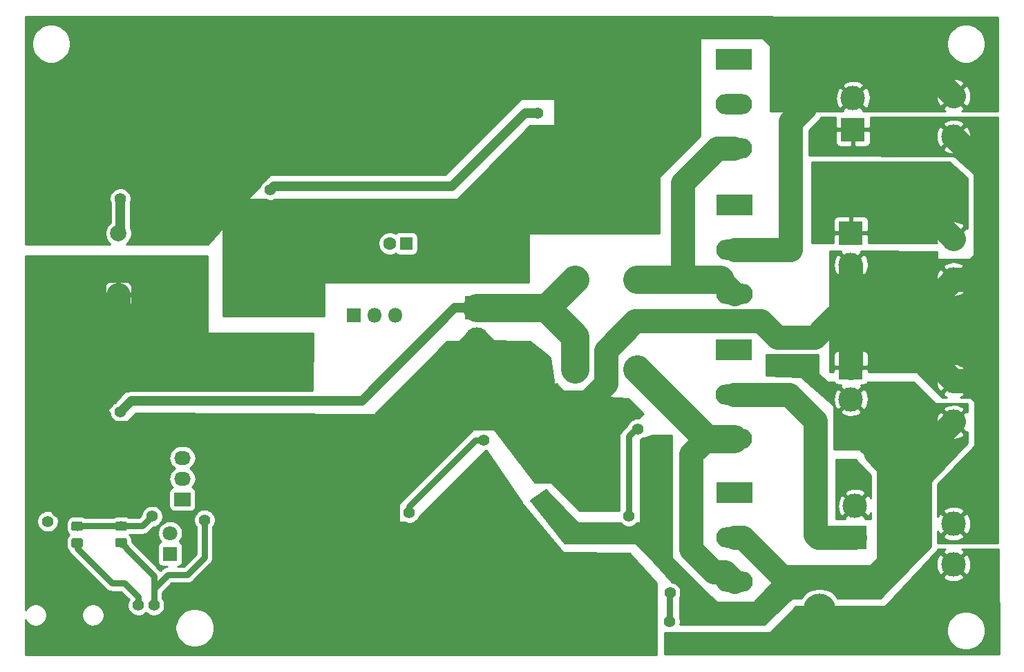
<source format=gbr>
G04 #@! TF.GenerationSoftware,KiCad,Pcbnew,(5.1.2)-2*
G04 #@! TF.CreationDate,2019-11-04T11:05:10-03:00*
G04 #@! TF.ProjectId,PCB,5043422e-6b69-4636-9164-5f7063625858,rev?*
G04 #@! TF.SameCoordinates,Original*
G04 #@! TF.FileFunction,Copper,L2,Bot*
G04 #@! TF.FilePolarity,Positive*
%FSLAX46Y46*%
G04 Gerber Fmt 4.6, Leading zero omitted, Abs format (unit mm)*
G04 Created by KiCad (PCBNEW (5.1.2)-2) date 2019-11-04 11:05:10*
%MOMM*%
%LPD*%
G04 APERTURE LIST*
%ADD10C,3.000000*%
%ADD11O,4.500000X2.500000*%
%ADD12R,4.500000X2.500000*%
%ADD13R,1.600000X1.600000*%
%ADD14C,1.600000*%
%ADD15O,1.800000X1.800000*%
%ADD16R,1.800000X1.800000*%
%ADD17O,2.400000X2.400000*%
%ADD18C,2.400000*%
%ADD19R,3.000000X3.000000*%
%ADD20C,1.800000*%
%ADD21C,2.000000*%
%ADD22R,2.000000X2.000000*%
%ADD23O,2.030000X1.730000*%
%ADD24R,2.030000X1.730000*%
%ADD25C,0.100000*%
%ADD26C,1.150000*%
%ADD27C,1.400000*%
%ADD28C,4.000000*%
%ADD29C,2.250000*%
%ADD30C,3.000000*%
%ADD31C,1.200000*%
%ADD32C,1.500000*%
%ADD33C,0.400000*%
%ADD34C,0.800000*%
%ADD35C,0.250000*%
%ADD36C,3.500000*%
%ADD37C,0.254000*%
G04 APERTURE END LIST*
D10*
X271000000Y-117500000D03*
X271000000Y-112500000D03*
X271000000Y-65000000D03*
X271000000Y-60000000D03*
X271000000Y-100000000D03*
X271000000Y-95000000D03*
X271000000Y-82500000D03*
X271000000Y-77500000D03*
D11*
X244130040Y-84290060D03*
X244130040Y-78840060D03*
D12*
X244130040Y-73390060D03*
D11*
X244130040Y-119596060D03*
X244130040Y-114146060D03*
D12*
X244130040Y-108696060D03*
D11*
X244088040Y-102070060D03*
X244088040Y-96620060D03*
D12*
X244088040Y-91170060D03*
D11*
X244088040Y-66432060D03*
X244088040Y-60982060D03*
D12*
X244088040Y-55532060D03*
D13*
X203900840Y-78103760D03*
D14*
X201900840Y-78103760D03*
D15*
X202562940Y-86966360D03*
X200022940Y-86966360D03*
D16*
X197482940Y-86966360D03*
D17*
X232208040Y-93532060D03*
D18*
X224588040Y-93532060D03*
D17*
X232208040Y-82532060D03*
D18*
X224588040Y-82532060D03*
D10*
X212588040Y-89912060D03*
D19*
X212588040Y-86032060D03*
D16*
X175000000Y-116200000D03*
D20*
X175000000Y-113660000D03*
D19*
X258674840Y-64131760D03*
D10*
X258674840Y-60251760D03*
X258928840Y-110289760D03*
D19*
X258928840Y-114169760D03*
X258420840Y-93341760D03*
D10*
X258420840Y-97221760D03*
X258420840Y-80711760D03*
D19*
X258420840Y-76831760D03*
D21*
X168653940Y-76875560D03*
D22*
X168653940Y-84375560D03*
D23*
X176500000Y-104420000D03*
X176500000Y-106960000D03*
D24*
X176500000Y-109500000D03*
D25*
G36*
X169474505Y-114251204D02*
G01*
X169498773Y-114254804D01*
X169522572Y-114260765D01*
X169545671Y-114269030D01*
X169567850Y-114279520D01*
X169588893Y-114292132D01*
X169608599Y-114306747D01*
X169626777Y-114323223D01*
X169643253Y-114341401D01*
X169657868Y-114361107D01*
X169670480Y-114382150D01*
X169680970Y-114404329D01*
X169689235Y-114427428D01*
X169695196Y-114451227D01*
X169698796Y-114475495D01*
X169700000Y-114499999D01*
X169700000Y-115150001D01*
X169698796Y-115174505D01*
X169695196Y-115198773D01*
X169689235Y-115222572D01*
X169680970Y-115245671D01*
X169670480Y-115267850D01*
X169657868Y-115288893D01*
X169643253Y-115308599D01*
X169626777Y-115326777D01*
X169608599Y-115343253D01*
X169588893Y-115357868D01*
X169567850Y-115370480D01*
X169545671Y-115380970D01*
X169522572Y-115389235D01*
X169498773Y-115395196D01*
X169474505Y-115398796D01*
X169450001Y-115400000D01*
X168549999Y-115400000D01*
X168525495Y-115398796D01*
X168501227Y-115395196D01*
X168477428Y-115389235D01*
X168454329Y-115380970D01*
X168432150Y-115370480D01*
X168411107Y-115357868D01*
X168391401Y-115343253D01*
X168373223Y-115326777D01*
X168356747Y-115308599D01*
X168342132Y-115288893D01*
X168329520Y-115267850D01*
X168319030Y-115245671D01*
X168310765Y-115222572D01*
X168304804Y-115198773D01*
X168301204Y-115174505D01*
X168300000Y-115150001D01*
X168300000Y-114499999D01*
X168301204Y-114475495D01*
X168304804Y-114451227D01*
X168310765Y-114427428D01*
X168319030Y-114404329D01*
X168329520Y-114382150D01*
X168342132Y-114361107D01*
X168356747Y-114341401D01*
X168373223Y-114323223D01*
X168391401Y-114306747D01*
X168411107Y-114292132D01*
X168432150Y-114279520D01*
X168454329Y-114269030D01*
X168477428Y-114260765D01*
X168501227Y-114254804D01*
X168525495Y-114251204D01*
X168549999Y-114250000D01*
X169450001Y-114250000D01*
X169474505Y-114251204D01*
X169474505Y-114251204D01*
G37*
D26*
X169000000Y-114825000D03*
D25*
G36*
X169474505Y-112201204D02*
G01*
X169498773Y-112204804D01*
X169522572Y-112210765D01*
X169545671Y-112219030D01*
X169567850Y-112229520D01*
X169588893Y-112242132D01*
X169608599Y-112256747D01*
X169626777Y-112273223D01*
X169643253Y-112291401D01*
X169657868Y-112311107D01*
X169670480Y-112332150D01*
X169680970Y-112354329D01*
X169689235Y-112377428D01*
X169695196Y-112401227D01*
X169698796Y-112425495D01*
X169700000Y-112449999D01*
X169700000Y-113100001D01*
X169698796Y-113124505D01*
X169695196Y-113148773D01*
X169689235Y-113172572D01*
X169680970Y-113195671D01*
X169670480Y-113217850D01*
X169657868Y-113238893D01*
X169643253Y-113258599D01*
X169626777Y-113276777D01*
X169608599Y-113293253D01*
X169588893Y-113307868D01*
X169567850Y-113320480D01*
X169545671Y-113330970D01*
X169522572Y-113339235D01*
X169498773Y-113345196D01*
X169474505Y-113348796D01*
X169450001Y-113350000D01*
X168549999Y-113350000D01*
X168525495Y-113348796D01*
X168501227Y-113345196D01*
X168477428Y-113339235D01*
X168454329Y-113330970D01*
X168432150Y-113320480D01*
X168411107Y-113307868D01*
X168391401Y-113293253D01*
X168373223Y-113276777D01*
X168356747Y-113258599D01*
X168342132Y-113238893D01*
X168329520Y-113217850D01*
X168319030Y-113195671D01*
X168310765Y-113172572D01*
X168304804Y-113148773D01*
X168301204Y-113124505D01*
X168300000Y-113100001D01*
X168300000Y-112449999D01*
X168301204Y-112425495D01*
X168304804Y-112401227D01*
X168310765Y-112377428D01*
X168319030Y-112354329D01*
X168329520Y-112332150D01*
X168342132Y-112311107D01*
X168356747Y-112291401D01*
X168373223Y-112273223D01*
X168391401Y-112256747D01*
X168411107Y-112242132D01*
X168432150Y-112229520D01*
X168454329Y-112219030D01*
X168477428Y-112210765D01*
X168501227Y-112204804D01*
X168525495Y-112201204D01*
X168549999Y-112200000D01*
X169450001Y-112200000D01*
X169474505Y-112201204D01*
X169474505Y-112201204D01*
G37*
D26*
X169000000Y-112775000D03*
D25*
G36*
X164074505Y-112226204D02*
G01*
X164098773Y-112229804D01*
X164122572Y-112235765D01*
X164145671Y-112244030D01*
X164167850Y-112254520D01*
X164188893Y-112267132D01*
X164208599Y-112281747D01*
X164226777Y-112298223D01*
X164243253Y-112316401D01*
X164257868Y-112336107D01*
X164270480Y-112357150D01*
X164280970Y-112379329D01*
X164289235Y-112402428D01*
X164295196Y-112426227D01*
X164298796Y-112450495D01*
X164300000Y-112474999D01*
X164300000Y-113125001D01*
X164298796Y-113149505D01*
X164295196Y-113173773D01*
X164289235Y-113197572D01*
X164280970Y-113220671D01*
X164270480Y-113242850D01*
X164257868Y-113263893D01*
X164243253Y-113283599D01*
X164226777Y-113301777D01*
X164208599Y-113318253D01*
X164188893Y-113332868D01*
X164167850Y-113345480D01*
X164145671Y-113355970D01*
X164122572Y-113364235D01*
X164098773Y-113370196D01*
X164074505Y-113373796D01*
X164050001Y-113375000D01*
X163149999Y-113375000D01*
X163125495Y-113373796D01*
X163101227Y-113370196D01*
X163077428Y-113364235D01*
X163054329Y-113355970D01*
X163032150Y-113345480D01*
X163011107Y-113332868D01*
X162991401Y-113318253D01*
X162973223Y-113301777D01*
X162956747Y-113283599D01*
X162942132Y-113263893D01*
X162929520Y-113242850D01*
X162919030Y-113220671D01*
X162910765Y-113197572D01*
X162904804Y-113173773D01*
X162901204Y-113149505D01*
X162900000Y-113125001D01*
X162900000Y-112474999D01*
X162901204Y-112450495D01*
X162904804Y-112426227D01*
X162910765Y-112402428D01*
X162919030Y-112379329D01*
X162929520Y-112357150D01*
X162942132Y-112336107D01*
X162956747Y-112316401D01*
X162973223Y-112298223D01*
X162991401Y-112281747D01*
X163011107Y-112267132D01*
X163032150Y-112254520D01*
X163054329Y-112244030D01*
X163077428Y-112235765D01*
X163101227Y-112229804D01*
X163125495Y-112226204D01*
X163149999Y-112225000D01*
X164050001Y-112225000D01*
X164074505Y-112226204D01*
X164074505Y-112226204D01*
G37*
D26*
X163600000Y-112800000D03*
D25*
G36*
X164074505Y-114276204D02*
G01*
X164098773Y-114279804D01*
X164122572Y-114285765D01*
X164145671Y-114294030D01*
X164167850Y-114304520D01*
X164188893Y-114317132D01*
X164208599Y-114331747D01*
X164226777Y-114348223D01*
X164243253Y-114366401D01*
X164257868Y-114386107D01*
X164270480Y-114407150D01*
X164280970Y-114429329D01*
X164289235Y-114452428D01*
X164295196Y-114476227D01*
X164298796Y-114500495D01*
X164300000Y-114524999D01*
X164300000Y-115175001D01*
X164298796Y-115199505D01*
X164295196Y-115223773D01*
X164289235Y-115247572D01*
X164280970Y-115270671D01*
X164270480Y-115292850D01*
X164257868Y-115313893D01*
X164243253Y-115333599D01*
X164226777Y-115351777D01*
X164208599Y-115368253D01*
X164188893Y-115382868D01*
X164167850Y-115395480D01*
X164145671Y-115405970D01*
X164122572Y-115414235D01*
X164098773Y-115420196D01*
X164074505Y-115423796D01*
X164050001Y-115425000D01*
X163149999Y-115425000D01*
X163125495Y-115423796D01*
X163101227Y-115420196D01*
X163077428Y-115414235D01*
X163054329Y-115405970D01*
X163032150Y-115395480D01*
X163011107Y-115382868D01*
X162991401Y-115368253D01*
X162973223Y-115351777D01*
X162956747Y-115333599D01*
X162942132Y-115313893D01*
X162929520Y-115292850D01*
X162919030Y-115270671D01*
X162910765Y-115247572D01*
X162904804Y-115223773D01*
X162901204Y-115199505D01*
X162900000Y-115175001D01*
X162900000Y-114524999D01*
X162901204Y-114500495D01*
X162904804Y-114476227D01*
X162910765Y-114452428D01*
X162919030Y-114429329D01*
X162929520Y-114407150D01*
X162942132Y-114386107D01*
X162956747Y-114366401D01*
X162973223Y-114348223D01*
X162991401Y-114331747D01*
X163011107Y-114317132D01*
X163032150Y-114304520D01*
X163054329Y-114294030D01*
X163077428Y-114285765D01*
X163101227Y-114279804D01*
X163125495Y-114276204D01*
X163149999Y-114275000D01*
X164050001Y-114275000D01*
X164074505Y-114276204D01*
X164074505Y-114276204D01*
G37*
D26*
X163600000Y-114850000D03*
D27*
X160000000Y-112200000D03*
X168912860Y-98753240D03*
X186100840Y-107303760D03*
D28*
X258420840Y-86979160D03*
D29*
X217308040Y-96047260D03*
D27*
X168900000Y-72600000D03*
X184490840Y-84959760D03*
X230414040Y-66620960D03*
D29*
X252800000Y-61400000D03*
D27*
X236250840Y-120953760D03*
X236200840Y-124503760D03*
D28*
X254549300Y-123049300D03*
D29*
X260876300Y-69876300D03*
D27*
X187284840Y-71497760D03*
X220050840Y-62099760D03*
X221500840Y-110803760D03*
D29*
X261400000Y-103800000D03*
D27*
X231200840Y-111553760D03*
X232300840Y-100853760D03*
X204302840Y-111121760D03*
X213446840Y-102231760D03*
X172800000Y-111600000D03*
X173000000Y-122500000D03*
X179212240Y-112034320D03*
X171100000Y-122500000D03*
D30*
X258420840Y-80711760D02*
X258420840Y-87133760D01*
X212588040Y-89912060D02*
X195196340Y-107303760D01*
X163400840Y-98853760D02*
X163400840Y-89653760D01*
X168653940Y-88375560D02*
X168653940Y-84375560D01*
X167375740Y-89653760D02*
X168653940Y-88375560D01*
X163400840Y-89653760D02*
X167375740Y-89653760D01*
X186100840Y-107303760D02*
X183200840Y-107303760D01*
X195196340Y-107303760D02*
X186100840Y-107303760D01*
X257850840Y-87703760D02*
X258420840Y-87133760D01*
X214088039Y-91412059D02*
X212588040Y-89912060D01*
X215859139Y-91412059D02*
X214088039Y-91412059D01*
X222000840Y-97553760D02*
X215859139Y-91412059D01*
X226150840Y-97553760D02*
X222000840Y-97553760D01*
X228400840Y-95303760D02*
X226150840Y-97553760D01*
X228400840Y-91203760D02*
X228400840Y-95303760D01*
X256470840Y-87133760D02*
X254000840Y-89603760D01*
X254000840Y-89603760D02*
X249400840Y-89603760D01*
X258420840Y-87133760D02*
X256470840Y-87133760D01*
X249400840Y-89603760D02*
X247400840Y-87603760D01*
X247400840Y-87600000D02*
X232000840Y-87600000D01*
X232000840Y-87603760D02*
X228400840Y-91203760D01*
X265579160Y-89579160D02*
X271000000Y-95000000D01*
X258420840Y-89579160D02*
X265579160Y-89579160D01*
X258420840Y-89579160D02*
X258420840Y-93341760D01*
X258420840Y-87133760D02*
X258420840Y-89579160D01*
X265579160Y-87920840D02*
X271000000Y-82500000D01*
X265579160Y-89579160D02*
X265579160Y-87920840D01*
X271000000Y-82500000D02*
X272500000Y-82500000D01*
X272500000Y-82500000D02*
X275000000Y-80000000D01*
X275000000Y-69000000D02*
X271000000Y-65000000D01*
X275000000Y-80000000D02*
X275000000Y-69000000D01*
X271000000Y-95000000D02*
X273000000Y-95000000D01*
X273000000Y-95000000D02*
X275000000Y-97000000D01*
X275000000Y-97000000D02*
X275000000Y-108500000D01*
X163400840Y-98853760D02*
X163403760Y-98853760D01*
X163403760Y-98853760D02*
X165850000Y-101300000D01*
X165850000Y-101300000D02*
X180700000Y-101300000D01*
X183200840Y-103800840D02*
X183200840Y-107303760D01*
X180700000Y-101300000D02*
X183200840Y-103800840D01*
X165850000Y-101300000D02*
X165850000Y-106200000D01*
X165850000Y-106200000D02*
X161650000Y-110400000D01*
D31*
X168900000Y-76629500D02*
X168653940Y-76875560D01*
X168900000Y-72600000D02*
X168900000Y-76629500D01*
D32*
X204953139Y-81007461D02*
X188443139Y-81007461D01*
X212938840Y-73021760D02*
X204953139Y-81007461D01*
X188443139Y-81007461D02*
X184490840Y-84959760D01*
X219339640Y-66620960D02*
X212938840Y-73021760D01*
X230414040Y-66620960D02*
X219339640Y-66620960D01*
D33*
X230414040Y-66620960D02*
X230983640Y-66620960D01*
D34*
X230983640Y-66620960D02*
X232800840Y-64803760D01*
D30*
X245240042Y-78840060D02*
X244130040Y-78840060D01*
X245263742Y-78863760D02*
X245240042Y-78840060D01*
X251038840Y-78863760D02*
X245263742Y-78863760D01*
X252800000Y-61400000D02*
X251038840Y-63161160D01*
X251038840Y-63161160D02*
X251038840Y-78863760D01*
X252800000Y-61400000D02*
X252800000Y-56200000D01*
X252800000Y-56200000D02*
X248400000Y-51800000D01*
X267200000Y-56200000D02*
X271000000Y-60000000D01*
X252800000Y-56200000D02*
X267200000Y-56200000D01*
X254428840Y-114169760D02*
X258928840Y-114169760D01*
X254102840Y-113843760D02*
X254428840Y-114169760D01*
X254102840Y-99855760D02*
X254102840Y-113843760D01*
X244088040Y-96620060D02*
X250867140Y-96620060D01*
X250867140Y-96620060D02*
X254102840Y-99855760D01*
D34*
X236200840Y-121003760D02*
X236200840Y-124503760D01*
D30*
X263376300Y-69876300D02*
X271000000Y-77500000D01*
X260876300Y-69876300D02*
X263376300Y-69876300D01*
D31*
X187684839Y-71097761D02*
X209528839Y-71097761D01*
X187284840Y-71497760D02*
X187684839Y-71097761D01*
X209528839Y-71097761D02*
X218526840Y-62099760D01*
X218526840Y-62099760D02*
X220050840Y-62099760D01*
D35*
X243058040Y-67082060D02*
X244058040Y-67082060D01*
D36*
X239306040Y-82532060D02*
X242372040Y-82532060D01*
D30*
X244088040Y-66432060D02*
X242022540Y-66432060D01*
X237779140Y-70675460D02*
X237779140Y-82532060D01*
X242022540Y-66432060D02*
X237779140Y-70675460D01*
D36*
X232208040Y-82532060D02*
X237779140Y-82532060D01*
X237779140Y-82532060D02*
X239306040Y-82532060D01*
D30*
X242372040Y-82532060D02*
X244130040Y-84290060D01*
X245130040Y-114146060D02*
X244130040Y-114146060D01*
X250037740Y-119053760D02*
X245130040Y-114146060D01*
X251200840Y-119053760D02*
X250037740Y-119053760D01*
D34*
X221500840Y-111369445D02*
X221500840Y-110803760D01*
X224185155Y-114053760D02*
X221500840Y-111369445D01*
X232550840Y-114053760D02*
X224185155Y-114053760D01*
X241850840Y-123353760D02*
X232550840Y-114053760D01*
X251200840Y-119053760D02*
X246900840Y-123353760D01*
X246900840Y-123353760D02*
X241850840Y-123353760D01*
D30*
X263050840Y-105450840D02*
X261400000Y-103800000D01*
X263050840Y-117303760D02*
X263050840Y-105450840D01*
X251200840Y-119053760D02*
X261300840Y-119053760D01*
X261300840Y-119053760D02*
X263050840Y-117303760D01*
X267200000Y-103800000D02*
X271000000Y-100000000D01*
X261400000Y-103800000D02*
X267200000Y-103800000D01*
D36*
X240746040Y-102070060D02*
X244088040Y-102070060D01*
X232208040Y-93532060D02*
X240746040Y-102070060D01*
D30*
X242987740Y-118453760D02*
X244130040Y-119596060D01*
X238850840Y-103965260D02*
X238850840Y-115316860D01*
X240746040Y-102070060D02*
X238850840Y-103965260D01*
X238850840Y-115316860D02*
X238800840Y-115366860D01*
X238800840Y-115366860D02*
X238800840Y-115603760D01*
X238800840Y-115603760D02*
X241650840Y-118453760D01*
X241650840Y-118453760D02*
X242987740Y-118453760D01*
D34*
X231200840Y-111553760D02*
X231200840Y-101703760D01*
X231200840Y-101703760D02*
X232050840Y-100853760D01*
D33*
X232050840Y-100853760D02*
X232300840Y-100853760D01*
D35*
X214338040Y-86032060D02*
X212588040Y-86032060D01*
D36*
X221088040Y-86032060D02*
X224588040Y-82532060D01*
X212588040Y-86032060D02*
X221088040Y-86032060D01*
X224588040Y-89532060D02*
X221088040Y-86032060D01*
X224588040Y-93532060D02*
X224588040Y-89532060D01*
D31*
X209888040Y-86032060D02*
X198520100Y-97400000D01*
X212588040Y-86032060D02*
X209888040Y-86032060D01*
X170204600Y-97400000D02*
X168950840Y-98653760D01*
X198520100Y-97400000D02*
X170204600Y-97400000D01*
D34*
X204302840Y-111121760D02*
X204302840Y-110359760D01*
X204302840Y-110359760D02*
X212430840Y-102231760D01*
X212430840Y-102231760D02*
X213446840Y-102231760D01*
X163625000Y-112775000D02*
X163600000Y-112800000D01*
X169000000Y-112775000D02*
X163625000Y-112775000D01*
X171625000Y-112775000D02*
X172800000Y-111600000D01*
X169000000Y-112775000D02*
X171625000Y-112775000D01*
X169623372Y-115448372D02*
X169623372Y-115523372D01*
X169000000Y-114825000D02*
X169623372Y-115448372D01*
X169623372Y-115523372D02*
X173000000Y-118900000D01*
X173000000Y-121500000D02*
X173000000Y-122500000D01*
X179212240Y-112034320D02*
X179212240Y-116659660D01*
X179212240Y-116659660D02*
X177098960Y-118772940D01*
X174721520Y-118772940D02*
X173000000Y-120494460D01*
X177098960Y-118772940D02*
X174721520Y-118772940D01*
X173000000Y-118900000D02*
X173000000Y-120494460D01*
X173000000Y-120494460D02*
X173000000Y-121500000D01*
X163600000Y-115525000D02*
X167875000Y-119800000D01*
X163600000Y-114850000D02*
X163600000Y-115525000D01*
X167875000Y-119800000D02*
X169400000Y-119800000D01*
X169400000Y-119800000D02*
X171100000Y-121500000D01*
X171100000Y-121500000D02*
X171100000Y-122500000D01*
D37*
G36*
X248889329Y-52876760D02*
G01*
X240020664Y-52876760D01*
X239995888Y-52879200D01*
X239972063Y-52886427D01*
X239950107Y-52898163D01*
X239930861Y-52913957D01*
X239915067Y-52933203D01*
X239903331Y-52955159D01*
X239896104Y-52978984D01*
X239893664Y-53003760D01*
X239893664Y-64951154D01*
X234930861Y-69913957D01*
X234915067Y-69933203D01*
X234903331Y-69955159D01*
X234896104Y-69978984D01*
X234893664Y-70003760D01*
X234893664Y-76876760D01*
X219020664Y-76876760D01*
X218995888Y-76879200D01*
X218972063Y-76886427D01*
X218950107Y-76898163D01*
X218930861Y-76913957D01*
X218915067Y-76933203D01*
X218903331Y-76955159D01*
X218896104Y-76978984D01*
X218893664Y-77003760D01*
X218893664Y-82876760D01*
X194020664Y-82876760D01*
X193995888Y-82879200D01*
X193972063Y-82886427D01*
X193950107Y-82898163D01*
X193930861Y-82913957D01*
X193915067Y-82933203D01*
X193903331Y-82955159D01*
X193896104Y-82978984D01*
X193893664Y-83003760D01*
X193893664Y-86973000D01*
X181527000Y-86973000D01*
X181527000Y-77962425D01*
X200465840Y-77962425D01*
X200465840Y-78245095D01*
X200520987Y-78522334D01*
X200629160Y-78783487D01*
X200786203Y-79018519D01*
X200986081Y-79218397D01*
X201221113Y-79375440D01*
X201482266Y-79483613D01*
X201759505Y-79538760D01*
X202042175Y-79538760D01*
X202319414Y-79483613D01*
X202580567Y-79375440D01*
X202636050Y-79338367D01*
X202649655Y-79354945D01*
X202746346Y-79434297D01*
X202856660Y-79493262D01*
X202976358Y-79529572D01*
X203100840Y-79541832D01*
X204700840Y-79541832D01*
X204825322Y-79529572D01*
X204945020Y-79493262D01*
X205055334Y-79434297D01*
X205152025Y-79354945D01*
X205231377Y-79258254D01*
X205290342Y-79147940D01*
X205326652Y-79028242D01*
X205338912Y-78903760D01*
X205338912Y-77303760D01*
X205326652Y-77179278D01*
X205290342Y-77059580D01*
X205231377Y-76949266D01*
X205152025Y-76852575D01*
X205055334Y-76773223D01*
X204945020Y-76714258D01*
X204825322Y-76677948D01*
X204700840Y-76665688D01*
X203100840Y-76665688D01*
X202976358Y-76677948D01*
X202856660Y-76714258D01*
X202746346Y-76773223D01*
X202649655Y-76852575D01*
X202636050Y-76869153D01*
X202580567Y-76832080D01*
X202319414Y-76723907D01*
X202042175Y-76668760D01*
X201759505Y-76668760D01*
X201482266Y-76723907D01*
X201221113Y-76832080D01*
X200986081Y-76989123D01*
X200786203Y-77189001D01*
X200629160Y-77424033D01*
X200520987Y-77685186D01*
X200465840Y-77962425D01*
X181527000Y-77962425D01*
X181527000Y-76057540D01*
X179643040Y-78173000D01*
X169655106Y-78173000D01*
X169696192Y-78145547D01*
X169923927Y-77917812D01*
X170102858Y-77650023D01*
X170226108Y-77352472D01*
X170288940Y-77036593D01*
X170288940Y-76714527D01*
X170226108Y-76398648D01*
X170135000Y-76178694D01*
X170135000Y-73106967D01*
X170183696Y-72989405D01*
X170235000Y-72731486D01*
X170235000Y-72725127D01*
X184494739Y-72725127D01*
X186760245Y-72725458D01*
X186895435Y-72781456D01*
X187153354Y-72832760D01*
X187416326Y-72832760D01*
X187674245Y-72781456D01*
X187809065Y-72725612D01*
X210150401Y-72728880D01*
X210175178Y-72726443D01*
X210199004Y-72719220D01*
X210220962Y-72707487D01*
X210241354Y-72690537D01*
X219074215Y-63630760D01*
X222020664Y-63630760D01*
X222045440Y-63628320D01*
X222069265Y-63621093D01*
X222091221Y-63609357D01*
X222110467Y-63593563D01*
X222126261Y-63574317D01*
X222137997Y-63552361D01*
X222145224Y-63528536D01*
X222147664Y-63503760D01*
X222147664Y-60503760D01*
X222145224Y-60478984D01*
X222137997Y-60455159D01*
X222126261Y-60433203D01*
X222110467Y-60413957D01*
X222091221Y-60398163D01*
X222069265Y-60386427D01*
X222045440Y-60379200D01*
X222020664Y-60376760D01*
X218020664Y-60376760D01*
X217995888Y-60379200D01*
X217972063Y-60386427D01*
X217950107Y-60398163D01*
X217930642Y-60414178D01*
X208717037Y-69673000D01*
X187269824Y-69673000D01*
X187245048Y-69675440D01*
X187221223Y-69682667D01*
X187199267Y-69694403D01*
X187174982Y-69715537D01*
X186625087Y-70333003D01*
X186433827Y-70460798D01*
X186247878Y-70646747D01*
X186101779Y-70865401D01*
X186059022Y-70968626D01*
X184494739Y-72725127D01*
X170235000Y-72725127D01*
X170235000Y-72468514D01*
X170226623Y-72426397D01*
X181387644Y-72426397D01*
X181527000Y-72440020D01*
X181527000Y-72300000D01*
X181400000Y-72300000D01*
X181387644Y-72426397D01*
X170226623Y-72426397D01*
X170183696Y-72210595D01*
X170083061Y-71967641D01*
X169936962Y-71748987D01*
X169751013Y-71563038D01*
X169532359Y-71416939D01*
X169289405Y-71316304D01*
X169031486Y-71265000D01*
X168768514Y-71265000D01*
X168510595Y-71316304D01*
X168267641Y-71416939D01*
X168048987Y-71563038D01*
X167863038Y-71748987D01*
X167716939Y-71967641D01*
X167616304Y-72210595D01*
X167565000Y-72468514D01*
X167565000Y-72731486D01*
X167616304Y-72989405D01*
X167665000Y-73106968D01*
X167665001Y-75569951D01*
X167611688Y-75605573D01*
X167383953Y-75833308D01*
X167205022Y-76101097D01*
X167081772Y-76398648D01*
X167018940Y-76714527D01*
X167018940Y-77036593D01*
X167081772Y-77352472D01*
X167205022Y-77650023D01*
X167383953Y-77917812D01*
X167611688Y-78145547D01*
X167652774Y-78173000D01*
X157327000Y-78173000D01*
X157327000Y-53368858D01*
X158015840Y-53368858D01*
X158015840Y-53838662D01*
X158107494Y-54299439D01*
X158287280Y-54733481D01*
X158548290Y-55124109D01*
X158880491Y-55456310D01*
X159271119Y-55717320D01*
X159705161Y-55897106D01*
X160165938Y-55988760D01*
X160635742Y-55988760D01*
X161096519Y-55897106D01*
X161530561Y-55717320D01*
X161921189Y-55456310D01*
X162253390Y-55124109D01*
X162514400Y-54733481D01*
X162694186Y-54299439D01*
X162785840Y-53838662D01*
X162785840Y-53368858D01*
X162694186Y-52908081D01*
X162514400Y-52474039D01*
X162253390Y-52083411D01*
X161921189Y-51751210D01*
X161530561Y-51490200D01*
X161096519Y-51310414D01*
X160635742Y-51218760D01*
X160165938Y-51218760D01*
X159705161Y-51310414D01*
X159271119Y-51490200D01*
X158880491Y-51751210D01*
X158548290Y-52083411D01*
X158287280Y-52474039D01*
X158107494Y-52908081D01*
X158015840Y-53368858D01*
X157327000Y-53368858D01*
X157327000Y-50288731D01*
X248802351Y-50285902D01*
X248889329Y-52876760D01*
X248889329Y-52876760D01*
G37*
X248889329Y-52876760D02*
X240020664Y-52876760D01*
X239995888Y-52879200D01*
X239972063Y-52886427D01*
X239950107Y-52898163D01*
X239930861Y-52913957D01*
X239915067Y-52933203D01*
X239903331Y-52955159D01*
X239896104Y-52978984D01*
X239893664Y-53003760D01*
X239893664Y-64951154D01*
X234930861Y-69913957D01*
X234915067Y-69933203D01*
X234903331Y-69955159D01*
X234896104Y-69978984D01*
X234893664Y-70003760D01*
X234893664Y-76876760D01*
X219020664Y-76876760D01*
X218995888Y-76879200D01*
X218972063Y-76886427D01*
X218950107Y-76898163D01*
X218930861Y-76913957D01*
X218915067Y-76933203D01*
X218903331Y-76955159D01*
X218896104Y-76978984D01*
X218893664Y-77003760D01*
X218893664Y-82876760D01*
X194020664Y-82876760D01*
X193995888Y-82879200D01*
X193972063Y-82886427D01*
X193950107Y-82898163D01*
X193930861Y-82913957D01*
X193915067Y-82933203D01*
X193903331Y-82955159D01*
X193896104Y-82978984D01*
X193893664Y-83003760D01*
X193893664Y-86973000D01*
X181527000Y-86973000D01*
X181527000Y-77962425D01*
X200465840Y-77962425D01*
X200465840Y-78245095D01*
X200520987Y-78522334D01*
X200629160Y-78783487D01*
X200786203Y-79018519D01*
X200986081Y-79218397D01*
X201221113Y-79375440D01*
X201482266Y-79483613D01*
X201759505Y-79538760D01*
X202042175Y-79538760D01*
X202319414Y-79483613D01*
X202580567Y-79375440D01*
X202636050Y-79338367D01*
X202649655Y-79354945D01*
X202746346Y-79434297D01*
X202856660Y-79493262D01*
X202976358Y-79529572D01*
X203100840Y-79541832D01*
X204700840Y-79541832D01*
X204825322Y-79529572D01*
X204945020Y-79493262D01*
X205055334Y-79434297D01*
X205152025Y-79354945D01*
X205231377Y-79258254D01*
X205290342Y-79147940D01*
X205326652Y-79028242D01*
X205338912Y-78903760D01*
X205338912Y-77303760D01*
X205326652Y-77179278D01*
X205290342Y-77059580D01*
X205231377Y-76949266D01*
X205152025Y-76852575D01*
X205055334Y-76773223D01*
X204945020Y-76714258D01*
X204825322Y-76677948D01*
X204700840Y-76665688D01*
X203100840Y-76665688D01*
X202976358Y-76677948D01*
X202856660Y-76714258D01*
X202746346Y-76773223D01*
X202649655Y-76852575D01*
X202636050Y-76869153D01*
X202580567Y-76832080D01*
X202319414Y-76723907D01*
X202042175Y-76668760D01*
X201759505Y-76668760D01*
X201482266Y-76723907D01*
X201221113Y-76832080D01*
X200986081Y-76989123D01*
X200786203Y-77189001D01*
X200629160Y-77424033D01*
X200520987Y-77685186D01*
X200465840Y-77962425D01*
X181527000Y-77962425D01*
X181527000Y-76057540D01*
X179643040Y-78173000D01*
X169655106Y-78173000D01*
X169696192Y-78145547D01*
X169923927Y-77917812D01*
X170102858Y-77650023D01*
X170226108Y-77352472D01*
X170288940Y-77036593D01*
X170288940Y-76714527D01*
X170226108Y-76398648D01*
X170135000Y-76178694D01*
X170135000Y-73106967D01*
X170183696Y-72989405D01*
X170235000Y-72731486D01*
X170235000Y-72725127D01*
X184494739Y-72725127D01*
X186760245Y-72725458D01*
X186895435Y-72781456D01*
X187153354Y-72832760D01*
X187416326Y-72832760D01*
X187674245Y-72781456D01*
X187809065Y-72725612D01*
X210150401Y-72728880D01*
X210175178Y-72726443D01*
X210199004Y-72719220D01*
X210220962Y-72707487D01*
X210241354Y-72690537D01*
X219074215Y-63630760D01*
X222020664Y-63630760D01*
X222045440Y-63628320D01*
X222069265Y-63621093D01*
X222091221Y-63609357D01*
X222110467Y-63593563D01*
X222126261Y-63574317D01*
X222137997Y-63552361D01*
X222145224Y-63528536D01*
X222147664Y-63503760D01*
X222147664Y-60503760D01*
X222145224Y-60478984D01*
X222137997Y-60455159D01*
X222126261Y-60433203D01*
X222110467Y-60413957D01*
X222091221Y-60398163D01*
X222069265Y-60386427D01*
X222045440Y-60379200D01*
X222020664Y-60376760D01*
X218020664Y-60376760D01*
X217995888Y-60379200D01*
X217972063Y-60386427D01*
X217950107Y-60398163D01*
X217930642Y-60414178D01*
X208717037Y-69673000D01*
X187269824Y-69673000D01*
X187245048Y-69675440D01*
X187221223Y-69682667D01*
X187199267Y-69694403D01*
X187174982Y-69715537D01*
X186625087Y-70333003D01*
X186433827Y-70460798D01*
X186247878Y-70646747D01*
X186101779Y-70865401D01*
X186059022Y-70968626D01*
X184494739Y-72725127D01*
X170235000Y-72725127D01*
X170235000Y-72468514D01*
X170226623Y-72426397D01*
X181387644Y-72426397D01*
X181527000Y-72440020D01*
X181527000Y-72300000D01*
X181400000Y-72300000D01*
X181387644Y-72426397D01*
X170226623Y-72426397D01*
X170183696Y-72210595D01*
X170083061Y-71967641D01*
X169936962Y-71748987D01*
X169751013Y-71563038D01*
X169532359Y-71416939D01*
X169289405Y-71316304D01*
X169031486Y-71265000D01*
X168768514Y-71265000D01*
X168510595Y-71316304D01*
X168267641Y-71416939D01*
X168048987Y-71563038D01*
X167863038Y-71748987D01*
X167716939Y-71967641D01*
X167616304Y-72210595D01*
X167565000Y-72468514D01*
X167565000Y-72731486D01*
X167616304Y-72989405D01*
X167665000Y-73106968D01*
X167665001Y-75569951D01*
X167611688Y-75605573D01*
X167383953Y-75833308D01*
X167205022Y-76101097D01*
X167081772Y-76398648D01*
X167018940Y-76714527D01*
X167018940Y-77036593D01*
X167081772Y-77352472D01*
X167205022Y-77650023D01*
X167383953Y-77917812D01*
X167611688Y-78145547D01*
X167652774Y-78173000D01*
X157327000Y-78173000D01*
X157327000Y-53368858D01*
X158015840Y-53368858D01*
X158015840Y-53838662D01*
X158107494Y-54299439D01*
X158287280Y-54733481D01*
X158548290Y-55124109D01*
X158880491Y-55456310D01*
X159271119Y-55717320D01*
X159705161Y-55897106D01*
X160165938Y-55988760D01*
X160635742Y-55988760D01*
X161096519Y-55897106D01*
X161530561Y-55717320D01*
X161921189Y-55456310D01*
X162253390Y-55124109D01*
X162514400Y-54733481D01*
X162694186Y-54299439D01*
X162785840Y-53838662D01*
X162785840Y-53368858D01*
X162694186Y-52908081D01*
X162514400Y-52474039D01*
X162253390Y-52083411D01*
X161921189Y-51751210D01*
X161530561Y-51490200D01*
X161096519Y-51310414D01*
X160635742Y-51218760D01*
X160165938Y-51218760D01*
X159705161Y-51310414D01*
X159271119Y-51490200D01*
X158880491Y-51751210D01*
X158548290Y-52083411D01*
X158287280Y-52474039D01*
X158107494Y-52908081D01*
X158015840Y-53368858D01*
X157327000Y-53368858D01*
X157327000Y-50288731D01*
X248802351Y-50285902D01*
X248889329Y-52876760D01*
G36*
X179516775Y-89032396D02*
G01*
X179519215Y-89057172D01*
X179526442Y-89080997D01*
X179538178Y-89102953D01*
X179553972Y-89122199D01*
X179573218Y-89137993D01*
X179595174Y-89149729D01*
X179618999Y-89156956D01*
X179643775Y-89159396D01*
X192515008Y-89159396D01*
X192418184Y-96165000D01*
X170265254Y-96165000D01*
X170204599Y-96159026D01*
X170143944Y-96165000D01*
X170143935Y-96165000D01*
X169962498Y-96182870D01*
X169900635Y-96201636D01*
X169542935Y-96201636D01*
X169518159Y-96204076D01*
X169494334Y-96211303D01*
X169472378Y-96223039D01*
X169449147Y-96243004D01*
X168169910Y-97644073D01*
X168061847Y-97716278D01*
X167875898Y-97902227D01*
X167729799Y-98120881D01*
X167725843Y-98130433D01*
X167349147Y-98543004D01*
X167334243Y-98562946D01*
X167323516Y-98585413D01*
X167317379Y-98609541D01*
X167316066Y-98634403D01*
X167319629Y-98659043D01*
X167327930Y-98682514D01*
X167340651Y-98703916D01*
X167355734Y-98720967D01*
X167589133Y-98941400D01*
X167629164Y-99142645D01*
X167729799Y-99385599D01*
X167875898Y-99604253D01*
X168061847Y-99790202D01*
X168280501Y-99936301D01*
X168523455Y-100036936D01*
X168781374Y-100088240D01*
X168803435Y-100088240D01*
X169155734Y-100420967D01*
X169175422Y-100436205D01*
X169197705Y-100447309D01*
X169221726Y-100453853D01*
X169246562Y-100455584D01*
X169271259Y-100452437D01*
X169294867Y-100444533D01*
X169316479Y-100432174D01*
X169332738Y-100418439D01*
X170795275Y-98955902D01*
X200023123Y-99103754D01*
X200047911Y-99101439D01*
X200071772Y-99094333D01*
X200093787Y-99082708D01*
X200114217Y-99065904D01*
X208896061Y-90155655D01*
X210467036Y-90156229D01*
X210492706Y-90372511D01*
X210622797Y-90772443D01*
X210780826Y-91068098D01*
X211096387Y-91224108D01*
X212163647Y-90156848D01*
X212522726Y-90156979D01*
X211275992Y-91403713D01*
X211432002Y-91719274D01*
X211806785Y-91910080D01*
X212211591Y-92024104D01*
X212630864Y-92056962D01*
X213048491Y-92007394D01*
X213448423Y-91877303D01*
X213744078Y-91719274D01*
X213900088Y-91403713D01*
X212653402Y-90157027D01*
X213012743Y-90157158D01*
X214079693Y-91224108D01*
X214395254Y-91068098D01*
X214586060Y-90693315D01*
X214700084Y-90288509D01*
X214710329Y-90157778D01*
X219099206Y-90159380D01*
X221525164Y-92100146D01*
X222018051Y-95550357D01*
X222023971Y-95574539D01*
X222034495Y-95597102D01*
X222049218Y-95617178D01*
X222067575Y-95633996D01*
X222088860Y-95646910D01*
X222112256Y-95655423D01*
X222136863Y-95659208D01*
X222161736Y-95658120D01*
X222185918Y-95652200D01*
X222208481Y-95641676D01*
X222228557Y-95626953D01*
X222245375Y-95608596D01*
X222258289Y-95587311D01*
X222266802Y-95563915D01*
X222270775Y-95532396D01*
X222270775Y-95339002D01*
X223553972Y-96622199D01*
X223573218Y-96637993D01*
X223595174Y-96649729D01*
X223618999Y-96656956D01*
X223635327Y-96659115D01*
X231087714Y-97155941D01*
X232955635Y-99023862D01*
X232361758Y-99518760D01*
X232169354Y-99518760D01*
X231911435Y-99570064D01*
X231668481Y-99670699D01*
X231449827Y-99816798D01*
X231263878Y-100002747D01*
X231117779Y-100221401D01*
X231045859Y-100395030D01*
X230504932Y-100935958D01*
X230465445Y-100968364D01*
X230433038Y-101007852D01*
X230433037Y-101007853D01*
X230336106Y-101125963D01*
X230258192Y-101271732D01*
X230062472Y-101434832D01*
X230045000Y-101452568D01*
X230031324Y-101473372D01*
X230021970Y-101496444D01*
X230016775Y-101532396D01*
X230016775Y-110905396D01*
X225196411Y-110905396D01*
X221732775Y-107438871D01*
X221713536Y-107423069D01*
X221691585Y-107411324D01*
X221667763Y-107404087D01*
X221642696Y-107401636D01*
X219706219Y-107405278D01*
X214744438Y-100954963D01*
X214727398Y-100936812D01*
X214707143Y-100922335D01*
X214684454Y-100912087D01*
X214660201Y-100906463D01*
X214643966Y-100905396D01*
X213613956Y-100903847D01*
X213578326Y-100896760D01*
X213315354Y-100896760D01*
X213282231Y-100903349D01*
X212143126Y-100901636D01*
X212118346Y-100904039D01*
X212094511Y-100911230D01*
X212072536Y-100922933D01*
X212053132Y-100938833D01*
X203053132Y-109938833D01*
X203037338Y-109958079D01*
X203025602Y-109980035D01*
X203018375Y-110003860D01*
X203015935Y-110028636D01*
X203015935Y-110748488D01*
X202967840Y-110990274D01*
X202967840Y-111253246D01*
X203015935Y-111495032D01*
X203015935Y-112228636D01*
X203018375Y-112253412D01*
X203025602Y-112277237D01*
X203037338Y-112299193D01*
X203053132Y-112318439D01*
X203072378Y-112334233D01*
X203094334Y-112345969D01*
X203118159Y-112353196D01*
X203143084Y-112355636D01*
X203791320Y-112354874D01*
X203913435Y-112405456D01*
X204171354Y-112456760D01*
X204434326Y-112456760D01*
X204692245Y-112405456D01*
X204935199Y-112304821D01*
X205153853Y-112158722D01*
X205339802Y-111972773D01*
X205485901Y-111754119D01*
X205544623Y-111612352D01*
X213709007Y-103540766D01*
X213730270Y-103536536D01*
X218038592Y-109903569D01*
X218046342Y-109913856D01*
X223146342Y-116013856D01*
X223164106Y-116031299D01*
X223184932Y-116044942D01*
X223208019Y-116054259D01*
X223242207Y-116059386D01*
X231287369Y-116158709D01*
X234616775Y-119781886D01*
X234616775Y-128605131D01*
X157270775Y-128605396D01*
X157270775Y-124291212D01*
X157297629Y-124356043D01*
X157449201Y-124582886D01*
X157642114Y-124775799D01*
X157868957Y-124927371D01*
X158121011Y-125031775D01*
X158388589Y-125085000D01*
X158661411Y-125085000D01*
X158928989Y-125031775D01*
X159181043Y-124927371D01*
X159407886Y-124775799D01*
X159600799Y-124582886D01*
X159752371Y-124356043D01*
X159856775Y-124103989D01*
X159910000Y-123836411D01*
X159910000Y-123563589D01*
X164140000Y-123563589D01*
X164140000Y-123836411D01*
X164193225Y-124103989D01*
X164297629Y-124356043D01*
X164449201Y-124582886D01*
X164642114Y-124775799D01*
X164868957Y-124927371D01*
X165121011Y-125031775D01*
X165388589Y-125085000D01*
X165661411Y-125085000D01*
X165761464Y-125065098D01*
X175615000Y-125065098D01*
X175615000Y-125534902D01*
X175706654Y-125995679D01*
X175886440Y-126429721D01*
X176147450Y-126820349D01*
X176479651Y-127152550D01*
X176870279Y-127413560D01*
X177304321Y-127593346D01*
X177765098Y-127685000D01*
X178234902Y-127685000D01*
X178695679Y-127593346D01*
X179129721Y-127413560D01*
X179520349Y-127152550D01*
X179852550Y-126820349D01*
X180113560Y-126429721D01*
X180293346Y-125995679D01*
X180385000Y-125534902D01*
X180385000Y-125065098D01*
X180293346Y-124604321D01*
X180113560Y-124170279D01*
X179852550Y-123779651D01*
X179520349Y-123447450D01*
X179129721Y-123186440D01*
X178695679Y-123006654D01*
X178234902Y-122915000D01*
X177765098Y-122915000D01*
X177304321Y-123006654D01*
X176870279Y-123186440D01*
X176479651Y-123447450D01*
X176147450Y-123779651D01*
X175886440Y-124170279D01*
X175706654Y-124604321D01*
X175615000Y-125065098D01*
X165761464Y-125065098D01*
X165928989Y-125031775D01*
X166181043Y-124927371D01*
X166407886Y-124775799D01*
X166600799Y-124582886D01*
X166752371Y-124356043D01*
X166856775Y-124103989D01*
X166910000Y-123836411D01*
X166910000Y-123563589D01*
X166856775Y-123296011D01*
X166752371Y-123043957D01*
X166600799Y-122817114D01*
X166407886Y-122624201D01*
X166181043Y-122472629D01*
X165928989Y-122368225D01*
X165661411Y-122315000D01*
X165388589Y-122315000D01*
X165121011Y-122368225D01*
X164868957Y-122472629D01*
X164642114Y-122624201D01*
X164449201Y-122817114D01*
X164297629Y-123043957D01*
X164193225Y-123296011D01*
X164140000Y-123563589D01*
X159910000Y-123563589D01*
X159856775Y-123296011D01*
X159752371Y-123043957D01*
X159600799Y-122817114D01*
X159407886Y-122624201D01*
X159181043Y-122472629D01*
X158928989Y-122368225D01*
X158661411Y-122315000D01*
X158388589Y-122315000D01*
X158121011Y-122368225D01*
X157868957Y-122472629D01*
X157642114Y-122624201D01*
X157449201Y-122817114D01*
X157297629Y-123043957D01*
X157270775Y-123108788D01*
X157270775Y-112068514D01*
X158665000Y-112068514D01*
X158665000Y-112331486D01*
X158716304Y-112589405D01*
X158816939Y-112832359D01*
X158963038Y-113051013D01*
X159148987Y-113236962D01*
X159367641Y-113383061D01*
X159610595Y-113483696D01*
X159868514Y-113535000D01*
X160131486Y-113535000D01*
X160389405Y-113483696D01*
X160632359Y-113383061D01*
X160851013Y-113236962D01*
X161036962Y-113051013D01*
X161183061Y-112832359D01*
X161283696Y-112589405D01*
X161306453Y-112474999D01*
X162261928Y-112474999D01*
X162261928Y-113125001D01*
X162278992Y-113298255D01*
X162329528Y-113464851D01*
X162411595Y-113618387D01*
X162522038Y-113752962D01*
X162609816Y-113825000D01*
X162522038Y-113897038D01*
X162411595Y-114031613D01*
X162329528Y-114185149D01*
X162278992Y-114351745D01*
X162261928Y-114524999D01*
X162261928Y-115175001D01*
X162278992Y-115348255D01*
X162329528Y-115514851D01*
X162411595Y-115668387D01*
X162522038Y-115802962D01*
X162629502Y-115891156D01*
X162639160Y-115922993D01*
X162735266Y-116102797D01*
X162801717Y-116183767D01*
X162864605Y-116260396D01*
X162904092Y-116292803D01*
X167107196Y-120495907D01*
X167139604Y-120535396D01*
X167179092Y-120567803D01*
X167297202Y-120664734D01*
X167393309Y-120716104D01*
X167477007Y-120760841D01*
X167672105Y-120820024D01*
X167824162Y-120835000D01*
X167824164Y-120835000D01*
X167875000Y-120840007D01*
X167925835Y-120835000D01*
X168971290Y-120835000D01*
X169951783Y-121815493D01*
X169916939Y-121867641D01*
X169816304Y-122110595D01*
X169765000Y-122368514D01*
X169765000Y-122631486D01*
X169816304Y-122889405D01*
X169916939Y-123132359D01*
X170063038Y-123351013D01*
X170248987Y-123536962D01*
X170467641Y-123683061D01*
X170710595Y-123783696D01*
X170968514Y-123835000D01*
X171231486Y-123835000D01*
X171489405Y-123783696D01*
X171732359Y-123683061D01*
X171951013Y-123536962D01*
X172050000Y-123437975D01*
X172148987Y-123536962D01*
X172367641Y-123683061D01*
X172610595Y-123783696D01*
X172868514Y-123835000D01*
X173131486Y-123835000D01*
X173389405Y-123783696D01*
X173632359Y-123683061D01*
X173851013Y-123536962D01*
X174036962Y-123351013D01*
X174183061Y-123132359D01*
X174283696Y-122889405D01*
X174335000Y-122631486D01*
X174335000Y-122368514D01*
X174283696Y-122110595D01*
X174183061Y-121867641D01*
X174036962Y-121648987D01*
X174035000Y-121647025D01*
X174035000Y-120923170D01*
X175150231Y-119807940D01*
X177048132Y-119807940D01*
X177098960Y-119812946D01*
X177149788Y-119807940D01*
X177149798Y-119807940D01*
X177301855Y-119792964D01*
X177496953Y-119733781D01*
X177676757Y-119637674D01*
X177834356Y-119508336D01*
X177866767Y-119468843D01*
X179908148Y-117427463D01*
X179947636Y-117395056D01*
X179989389Y-117344180D01*
X180076974Y-117237458D01*
X180173080Y-117057654D01*
X180173081Y-117057653D01*
X180232264Y-116862555D01*
X180247240Y-116710498D01*
X180247240Y-116710489D01*
X180252246Y-116659661D01*
X180247240Y-116608833D01*
X180247240Y-112887295D01*
X180249202Y-112885333D01*
X180395301Y-112666679D01*
X180495936Y-112423725D01*
X180547240Y-112165806D01*
X180547240Y-111902834D01*
X180495936Y-111644915D01*
X180395301Y-111401961D01*
X180249202Y-111183307D01*
X180063253Y-110997358D01*
X179844599Y-110851259D01*
X179601645Y-110750624D01*
X179343726Y-110699320D01*
X179080754Y-110699320D01*
X178822835Y-110750624D01*
X178579881Y-110851259D01*
X178361227Y-110997358D01*
X178175278Y-111183307D01*
X178029179Y-111401961D01*
X177928544Y-111644915D01*
X177877240Y-111902834D01*
X177877240Y-112165806D01*
X177928544Y-112423725D01*
X178029179Y-112666679D01*
X178175278Y-112885333D01*
X178177240Y-112887295D01*
X178177241Y-116230948D01*
X176670250Y-117737940D01*
X175901340Y-117737940D01*
X176024482Y-117725812D01*
X176144180Y-117689502D01*
X176254494Y-117630537D01*
X176351185Y-117551185D01*
X176430537Y-117454494D01*
X176489502Y-117344180D01*
X176525812Y-117224482D01*
X176538072Y-117100000D01*
X176538072Y-115300000D01*
X176525812Y-115175518D01*
X176489502Y-115055820D01*
X176430537Y-114945506D01*
X176351185Y-114848815D01*
X176254494Y-114769463D01*
X176144180Y-114710498D01*
X176125873Y-114704944D01*
X176192312Y-114638505D01*
X176360299Y-114387095D01*
X176476011Y-114107743D01*
X176535000Y-113811184D01*
X176535000Y-113508816D01*
X176476011Y-113212257D01*
X176360299Y-112932905D01*
X176192312Y-112681495D01*
X175978505Y-112467688D01*
X175727095Y-112299701D01*
X175447743Y-112183989D01*
X175151184Y-112125000D01*
X174848816Y-112125000D01*
X174552257Y-112183989D01*
X174272905Y-112299701D01*
X174021495Y-112467688D01*
X173807688Y-112681495D01*
X173639701Y-112932905D01*
X173523989Y-113212257D01*
X173465000Y-113508816D01*
X173465000Y-113811184D01*
X173523989Y-114107743D01*
X173639701Y-114387095D01*
X173807688Y-114638505D01*
X173874127Y-114704944D01*
X173855820Y-114710498D01*
X173745506Y-114769463D01*
X173648815Y-114848815D01*
X173569463Y-114945506D01*
X173510498Y-115055820D01*
X173474188Y-115175518D01*
X173461928Y-115300000D01*
X173461928Y-117100000D01*
X173474188Y-117224482D01*
X173510498Y-117344180D01*
X173569463Y-117454494D01*
X173648815Y-117551185D01*
X173745506Y-117630537D01*
X173855820Y-117689502D01*
X173975518Y-117725812D01*
X174100000Y-117738072D01*
X174669342Y-117738072D01*
X174518625Y-117752916D01*
X174323527Y-117812099D01*
X174239829Y-117856836D01*
X174143722Y-117908206D01*
X174025612Y-118005137D01*
X173986124Y-118037544D01*
X173953717Y-118077032D01*
X173794332Y-118236417D01*
X173767803Y-118204092D01*
X173735396Y-118164604D01*
X173695908Y-118132197D01*
X170549907Y-114986197D01*
X170539476Y-114966681D01*
X170488106Y-114870574D01*
X170420319Y-114787976D01*
X170358768Y-114712976D01*
X170338072Y-114695991D01*
X170338072Y-114499999D01*
X170321008Y-114326745D01*
X170270472Y-114160149D01*
X170188405Y-114006613D01*
X170077962Y-113872038D01*
X170002369Y-113810000D01*
X171574172Y-113810000D01*
X171625000Y-113815006D01*
X171675828Y-113810000D01*
X171675838Y-113810000D01*
X171827895Y-113795024D01*
X172022993Y-113735841D01*
X172202797Y-113639734D01*
X172360396Y-113510396D01*
X172392807Y-113470903D01*
X172928710Y-112935000D01*
X172931486Y-112935000D01*
X173189405Y-112883696D01*
X173432359Y-112783061D01*
X173651013Y-112636962D01*
X173836962Y-112451013D01*
X173983061Y-112232359D01*
X174083696Y-111989405D01*
X174135000Y-111731486D01*
X174135000Y-111468514D01*
X174083696Y-111210595D01*
X173983061Y-110967641D01*
X173836962Y-110748987D01*
X173651013Y-110563038D01*
X173432359Y-110416939D01*
X173189405Y-110316304D01*
X172931486Y-110265000D01*
X172668514Y-110265000D01*
X172410595Y-110316304D01*
X172167641Y-110416939D01*
X171948987Y-110563038D01*
X171763038Y-110748987D01*
X171616939Y-110967641D01*
X171516304Y-111210595D01*
X171465000Y-111468514D01*
X171465000Y-111471290D01*
X171196290Y-111740000D01*
X169977999Y-111740000D01*
X169943387Y-111711595D01*
X169789851Y-111629528D01*
X169623255Y-111578992D01*
X169450001Y-111561928D01*
X168549999Y-111561928D01*
X168376745Y-111578992D01*
X168210149Y-111629528D01*
X168056613Y-111711595D01*
X168022001Y-111740000D01*
X164547536Y-111740000D01*
X164543387Y-111736595D01*
X164389851Y-111654528D01*
X164223255Y-111603992D01*
X164050001Y-111586928D01*
X163149999Y-111586928D01*
X162976745Y-111603992D01*
X162810149Y-111654528D01*
X162656613Y-111736595D01*
X162522038Y-111847038D01*
X162411595Y-111981613D01*
X162329528Y-112135149D01*
X162278992Y-112301745D01*
X162261928Y-112474999D01*
X161306453Y-112474999D01*
X161335000Y-112331486D01*
X161335000Y-112068514D01*
X161283696Y-111810595D01*
X161183061Y-111567641D01*
X161036962Y-111348987D01*
X160851013Y-111163038D01*
X160632359Y-111016939D01*
X160389405Y-110916304D01*
X160131486Y-110865000D01*
X159868514Y-110865000D01*
X159610595Y-110916304D01*
X159367641Y-111016939D01*
X159148987Y-111163038D01*
X158963038Y-111348987D01*
X158816939Y-111567641D01*
X158716304Y-111810595D01*
X158665000Y-112068514D01*
X157270775Y-112068514D01*
X157270775Y-104420000D01*
X174842743Y-104420000D01*
X174871705Y-104714051D01*
X174957476Y-104996802D01*
X175096762Y-105257387D01*
X175284208Y-105485792D01*
X175512613Y-105673238D01*
X175543972Y-105690000D01*
X175512613Y-105706762D01*
X175284208Y-105894208D01*
X175096762Y-106122613D01*
X174957476Y-106383198D01*
X174871705Y-106665949D01*
X174842743Y-106960000D01*
X174871705Y-107254051D01*
X174957476Y-107536802D01*
X175096762Y-107797387D01*
X175284208Y-108025792D01*
X175290030Y-108030570D01*
X175240820Y-108045498D01*
X175130506Y-108104463D01*
X175033815Y-108183815D01*
X174954463Y-108280506D01*
X174895498Y-108390820D01*
X174859188Y-108510518D01*
X174846928Y-108635000D01*
X174846928Y-110365000D01*
X174859188Y-110489482D01*
X174895498Y-110609180D01*
X174954463Y-110719494D01*
X175033815Y-110816185D01*
X175130506Y-110895537D01*
X175240820Y-110954502D01*
X175360518Y-110990812D01*
X175485000Y-111003072D01*
X177515000Y-111003072D01*
X177639482Y-110990812D01*
X177759180Y-110954502D01*
X177869494Y-110895537D01*
X177966185Y-110816185D01*
X178045537Y-110719494D01*
X178104502Y-110609180D01*
X178140812Y-110489482D01*
X178153072Y-110365000D01*
X178153072Y-108635000D01*
X178140812Y-108510518D01*
X178104502Y-108390820D01*
X178045537Y-108280506D01*
X177966185Y-108183815D01*
X177869494Y-108104463D01*
X177759180Y-108045498D01*
X177709970Y-108030570D01*
X177715792Y-108025792D01*
X177903238Y-107797387D01*
X178042524Y-107536802D01*
X178128295Y-107254051D01*
X178157257Y-106960000D01*
X178128295Y-106665949D01*
X178042524Y-106383198D01*
X177903238Y-106122613D01*
X177715792Y-105894208D01*
X177487387Y-105706762D01*
X177456028Y-105690000D01*
X177487387Y-105673238D01*
X177715792Y-105485792D01*
X177903238Y-105257387D01*
X178042524Y-104996802D01*
X178128295Y-104714051D01*
X178157257Y-104420000D01*
X178128295Y-104125949D01*
X178042524Y-103843198D01*
X177903238Y-103582613D01*
X177715792Y-103354208D01*
X177487387Y-103166762D01*
X177226802Y-103027476D01*
X176944051Y-102941705D01*
X176723680Y-102920000D01*
X176276320Y-102920000D01*
X176055949Y-102941705D01*
X175773198Y-103027476D01*
X175512613Y-103166762D01*
X175284208Y-103354208D01*
X175096762Y-103582613D01*
X174957476Y-103843198D01*
X174871705Y-104125949D01*
X174842743Y-104420000D01*
X157270775Y-104420000D01*
X157270775Y-85375560D01*
X167015868Y-85375560D01*
X167028128Y-85500042D01*
X167064438Y-85619740D01*
X167123403Y-85730054D01*
X167202755Y-85826745D01*
X167299446Y-85906097D01*
X167409760Y-85965062D01*
X167529458Y-86001372D01*
X167653940Y-86013632D01*
X168368190Y-86010560D01*
X168526940Y-85851810D01*
X168526940Y-84502560D01*
X168780940Y-84502560D01*
X168780940Y-85851810D01*
X168939690Y-86010560D01*
X169653940Y-86013632D01*
X169778422Y-86001372D01*
X169898120Y-85965062D01*
X170008434Y-85906097D01*
X170105125Y-85826745D01*
X170184477Y-85730054D01*
X170243442Y-85619740D01*
X170279752Y-85500042D01*
X170292012Y-85375560D01*
X170288940Y-84661310D01*
X170130190Y-84502560D01*
X168780940Y-84502560D01*
X168526940Y-84502560D01*
X167177690Y-84502560D01*
X167018940Y-84661310D01*
X167015868Y-85375560D01*
X157270775Y-85375560D01*
X157270775Y-83375560D01*
X167015868Y-83375560D01*
X167018940Y-84089810D01*
X167177690Y-84248560D01*
X168526940Y-84248560D01*
X168526940Y-82899310D01*
X168780940Y-82899310D01*
X168780940Y-84248560D01*
X170130190Y-84248560D01*
X170288940Y-84089810D01*
X170292012Y-83375560D01*
X170279752Y-83251078D01*
X170243442Y-83131380D01*
X170184477Y-83021066D01*
X170105125Y-82924375D01*
X170008434Y-82845023D01*
X169898120Y-82786058D01*
X169778422Y-82749748D01*
X169653940Y-82737488D01*
X168939690Y-82740560D01*
X168780940Y-82899310D01*
X168526940Y-82899310D01*
X168368190Y-82740560D01*
X167653940Y-82737488D01*
X167529458Y-82749748D01*
X167409760Y-82786058D01*
X167299446Y-82845023D01*
X167202755Y-82924375D01*
X167123403Y-83021066D01*
X167064438Y-83131380D01*
X167028128Y-83251078D01*
X167015868Y-83375560D01*
X157270775Y-83375560D01*
X157270775Y-79659396D01*
X179516775Y-79659396D01*
X179516775Y-89032396D01*
X179516775Y-89032396D01*
G37*
X179516775Y-89032396D02*
X179519215Y-89057172D01*
X179526442Y-89080997D01*
X179538178Y-89102953D01*
X179553972Y-89122199D01*
X179573218Y-89137993D01*
X179595174Y-89149729D01*
X179618999Y-89156956D01*
X179643775Y-89159396D01*
X192515008Y-89159396D01*
X192418184Y-96165000D01*
X170265254Y-96165000D01*
X170204599Y-96159026D01*
X170143944Y-96165000D01*
X170143935Y-96165000D01*
X169962498Y-96182870D01*
X169900635Y-96201636D01*
X169542935Y-96201636D01*
X169518159Y-96204076D01*
X169494334Y-96211303D01*
X169472378Y-96223039D01*
X169449147Y-96243004D01*
X168169910Y-97644073D01*
X168061847Y-97716278D01*
X167875898Y-97902227D01*
X167729799Y-98120881D01*
X167725843Y-98130433D01*
X167349147Y-98543004D01*
X167334243Y-98562946D01*
X167323516Y-98585413D01*
X167317379Y-98609541D01*
X167316066Y-98634403D01*
X167319629Y-98659043D01*
X167327930Y-98682514D01*
X167340651Y-98703916D01*
X167355734Y-98720967D01*
X167589133Y-98941400D01*
X167629164Y-99142645D01*
X167729799Y-99385599D01*
X167875898Y-99604253D01*
X168061847Y-99790202D01*
X168280501Y-99936301D01*
X168523455Y-100036936D01*
X168781374Y-100088240D01*
X168803435Y-100088240D01*
X169155734Y-100420967D01*
X169175422Y-100436205D01*
X169197705Y-100447309D01*
X169221726Y-100453853D01*
X169246562Y-100455584D01*
X169271259Y-100452437D01*
X169294867Y-100444533D01*
X169316479Y-100432174D01*
X169332738Y-100418439D01*
X170795275Y-98955902D01*
X200023123Y-99103754D01*
X200047911Y-99101439D01*
X200071772Y-99094333D01*
X200093787Y-99082708D01*
X200114217Y-99065904D01*
X208896061Y-90155655D01*
X210467036Y-90156229D01*
X210492706Y-90372511D01*
X210622797Y-90772443D01*
X210780826Y-91068098D01*
X211096387Y-91224108D01*
X212163647Y-90156848D01*
X212522726Y-90156979D01*
X211275992Y-91403713D01*
X211432002Y-91719274D01*
X211806785Y-91910080D01*
X212211591Y-92024104D01*
X212630864Y-92056962D01*
X213048491Y-92007394D01*
X213448423Y-91877303D01*
X213744078Y-91719274D01*
X213900088Y-91403713D01*
X212653402Y-90157027D01*
X213012743Y-90157158D01*
X214079693Y-91224108D01*
X214395254Y-91068098D01*
X214586060Y-90693315D01*
X214700084Y-90288509D01*
X214710329Y-90157778D01*
X219099206Y-90159380D01*
X221525164Y-92100146D01*
X222018051Y-95550357D01*
X222023971Y-95574539D01*
X222034495Y-95597102D01*
X222049218Y-95617178D01*
X222067575Y-95633996D01*
X222088860Y-95646910D01*
X222112256Y-95655423D01*
X222136863Y-95659208D01*
X222161736Y-95658120D01*
X222185918Y-95652200D01*
X222208481Y-95641676D01*
X222228557Y-95626953D01*
X222245375Y-95608596D01*
X222258289Y-95587311D01*
X222266802Y-95563915D01*
X222270775Y-95532396D01*
X222270775Y-95339002D01*
X223553972Y-96622199D01*
X223573218Y-96637993D01*
X223595174Y-96649729D01*
X223618999Y-96656956D01*
X223635327Y-96659115D01*
X231087714Y-97155941D01*
X232955635Y-99023862D01*
X232361758Y-99518760D01*
X232169354Y-99518760D01*
X231911435Y-99570064D01*
X231668481Y-99670699D01*
X231449827Y-99816798D01*
X231263878Y-100002747D01*
X231117779Y-100221401D01*
X231045859Y-100395030D01*
X230504932Y-100935958D01*
X230465445Y-100968364D01*
X230433038Y-101007852D01*
X230433037Y-101007853D01*
X230336106Y-101125963D01*
X230258192Y-101271732D01*
X230062472Y-101434832D01*
X230045000Y-101452568D01*
X230031324Y-101473372D01*
X230021970Y-101496444D01*
X230016775Y-101532396D01*
X230016775Y-110905396D01*
X225196411Y-110905396D01*
X221732775Y-107438871D01*
X221713536Y-107423069D01*
X221691585Y-107411324D01*
X221667763Y-107404087D01*
X221642696Y-107401636D01*
X219706219Y-107405278D01*
X214744438Y-100954963D01*
X214727398Y-100936812D01*
X214707143Y-100922335D01*
X214684454Y-100912087D01*
X214660201Y-100906463D01*
X214643966Y-100905396D01*
X213613956Y-100903847D01*
X213578326Y-100896760D01*
X213315354Y-100896760D01*
X213282231Y-100903349D01*
X212143126Y-100901636D01*
X212118346Y-100904039D01*
X212094511Y-100911230D01*
X212072536Y-100922933D01*
X212053132Y-100938833D01*
X203053132Y-109938833D01*
X203037338Y-109958079D01*
X203025602Y-109980035D01*
X203018375Y-110003860D01*
X203015935Y-110028636D01*
X203015935Y-110748488D01*
X202967840Y-110990274D01*
X202967840Y-111253246D01*
X203015935Y-111495032D01*
X203015935Y-112228636D01*
X203018375Y-112253412D01*
X203025602Y-112277237D01*
X203037338Y-112299193D01*
X203053132Y-112318439D01*
X203072378Y-112334233D01*
X203094334Y-112345969D01*
X203118159Y-112353196D01*
X203143084Y-112355636D01*
X203791320Y-112354874D01*
X203913435Y-112405456D01*
X204171354Y-112456760D01*
X204434326Y-112456760D01*
X204692245Y-112405456D01*
X204935199Y-112304821D01*
X205153853Y-112158722D01*
X205339802Y-111972773D01*
X205485901Y-111754119D01*
X205544623Y-111612352D01*
X213709007Y-103540766D01*
X213730270Y-103536536D01*
X218038592Y-109903569D01*
X218046342Y-109913856D01*
X223146342Y-116013856D01*
X223164106Y-116031299D01*
X223184932Y-116044942D01*
X223208019Y-116054259D01*
X223242207Y-116059386D01*
X231287369Y-116158709D01*
X234616775Y-119781886D01*
X234616775Y-128605131D01*
X157270775Y-128605396D01*
X157270775Y-124291212D01*
X157297629Y-124356043D01*
X157449201Y-124582886D01*
X157642114Y-124775799D01*
X157868957Y-124927371D01*
X158121011Y-125031775D01*
X158388589Y-125085000D01*
X158661411Y-125085000D01*
X158928989Y-125031775D01*
X159181043Y-124927371D01*
X159407886Y-124775799D01*
X159600799Y-124582886D01*
X159752371Y-124356043D01*
X159856775Y-124103989D01*
X159910000Y-123836411D01*
X159910000Y-123563589D01*
X164140000Y-123563589D01*
X164140000Y-123836411D01*
X164193225Y-124103989D01*
X164297629Y-124356043D01*
X164449201Y-124582886D01*
X164642114Y-124775799D01*
X164868957Y-124927371D01*
X165121011Y-125031775D01*
X165388589Y-125085000D01*
X165661411Y-125085000D01*
X165761464Y-125065098D01*
X175615000Y-125065098D01*
X175615000Y-125534902D01*
X175706654Y-125995679D01*
X175886440Y-126429721D01*
X176147450Y-126820349D01*
X176479651Y-127152550D01*
X176870279Y-127413560D01*
X177304321Y-127593346D01*
X177765098Y-127685000D01*
X178234902Y-127685000D01*
X178695679Y-127593346D01*
X179129721Y-127413560D01*
X179520349Y-127152550D01*
X179852550Y-126820349D01*
X180113560Y-126429721D01*
X180293346Y-125995679D01*
X180385000Y-125534902D01*
X180385000Y-125065098D01*
X180293346Y-124604321D01*
X180113560Y-124170279D01*
X179852550Y-123779651D01*
X179520349Y-123447450D01*
X179129721Y-123186440D01*
X178695679Y-123006654D01*
X178234902Y-122915000D01*
X177765098Y-122915000D01*
X177304321Y-123006654D01*
X176870279Y-123186440D01*
X176479651Y-123447450D01*
X176147450Y-123779651D01*
X175886440Y-124170279D01*
X175706654Y-124604321D01*
X175615000Y-125065098D01*
X165761464Y-125065098D01*
X165928989Y-125031775D01*
X166181043Y-124927371D01*
X166407886Y-124775799D01*
X166600799Y-124582886D01*
X166752371Y-124356043D01*
X166856775Y-124103989D01*
X166910000Y-123836411D01*
X166910000Y-123563589D01*
X166856775Y-123296011D01*
X166752371Y-123043957D01*
X166600799Y-122817114D01*
X166407886Y-122624201D01*
X166181043Y-122472629D01*
X165928989Y-122368225D01*
X165661411Y-122315000D01*
X165388589Y-122315000D01*
X165121011Y-122368225D01*
X164868957Y-122472629D01*
X164642114Y-122624201D01*
X164449201Y-122817114D01*
X164297629Y-123043957D01*
X164193225Y-123296011D01*
X164140000Y-123563589D01*
X159910000Y-123563589D01*
X159856775Y-123296011D01*
X159752371Y-123043957D01*
X159600799Y-122817114D01*
X159407886Y-122624201D01*
X159181043Y-122472629D01*
X158928989Y-122368225D01*
X158661411Y-122315000D01*
X158388589Y-122315000D01*
X158121011Y-122368225D01*
X157868957Y-122472629D01*
X157642114Y-122624201D01*
X157449201Y-122817114D01*
X157297629Y-123043957D01*
X157270775Y-123108788D01*
X157270775Y-112068514D01*
X158665000Y-112068514D01*
X158665000Y-112331486D01*
X158716304Y-112589405D01*
X158816939Y-112832359D01*
X158963038Y-113051013D01*
X159148987Y-113236962D01*
X159367641Y-113383061D01*
X159610595Y-113483696D01*
X159868514Y-113535000D01*
X160131486Y-113535000D01*
X160389405Y-113483696D01*
X160632359Y-113383061D01*
X160851013Y-113236962D01*
X161036962Y-113051013D01*
X161183061Y-112832359D01*
X161283696Y-112589405D01*
X161306453Y-112474999D01*
X162261928Y-112474999D01*
X162261928Y-113125001D01*
X162278992Y-113298255D01*
X162329528Y-113464851D01*
X162411595Y-113618387D01*
X162522038Y-113752962D01*
X162609816Y-113825000D01*
X162522038Y-113897038D01*
X162411595Y-114031613D01*
X162329528Y-114185149D01*
X162278992Y-114351745D01*
X162261928Y-114524999D01*
X162261928Y-115175001D01*
X162278992Y-115348255D01*
X162329528Y-115514851D01*
X162411595Y-115668387D01*
X162522038Y-115802962D01*
X162629502Y-115891156D01*
X162639160Y-115922993D01*
X162735266Y-116102797D01*
X162801717Y-116183767D01*
X162864605Y-116260396D01*
X162904092Y-116292803D01*
X167107196Y-120495907D01*
X167139604Y-120535396D01*
X167179092Y-120567803D01*
X167297202Y-120664734D01*
X167393309Y-120716104D01*
X167477007Y-120760841D01*
X167672105Y-120820024D01*
X167824162Y-120835000D01*
X167824164Y-120835000D01*
X167875000Y-120840007D01*
X167925835Y-120835000D01*
X168971290Y-120835000D01*
X169951783Y-121815493D01*
X169916939Y-121867641D01*
X169816304Y-122110595D01*
X169765000Y-122368514D01*
X169765000Y-122631486D01*
X169816304Y-122889405D01*
X169916939Y-123132359D01*
X170063038Y-123351013D01*
X170248987Y-123536962D01*
X170467641Y-123683061D01*
X170710595Y-123783696D01*
X170968514Y-123835000D01*
X171231486Y-123835000D01*
X171489405Y-123783696D01*
X171732359Y-123683061D01*
X171951013Y-123536962D01*
X172050000Y-123437975D01*
X172148987Y-123536962D01*
X172367641Y-123683061D01*
X172610595Y-123783696D01*
X172868514Y-123835000D01*
X173131486Y-123835000D01*
X173389405Y-123783696D01*
X173632359Y-123683061D01*
X173851013Y-123536962D01*
X174036962Y-123351013D01*
X174183061Y-123132359D01*
X174283696Y-122889405D01*
X174335000Y-122631486D01*
X174335000Y-122368514D01*
X174283696Y-122110595D01*
X174183061Y-121867641D01*
X174036962Y-121648987D01*
X174035000Y-121647025D01*
X174035000Y-120923170D01*
X175150231Y-119807940D01*
X177048132Y-119807940D01*
X177098960Y-119812946D01*
X177149788Y-119807940D01*
X177149798Y-119807940D01*
X177301855Y-119792964D01*
X177496953Y-119733781D01*
X177676757Y-119637674D01*
X177834356Y-119508336D01*
X177866767Y-119468843D01*
X179908148Y-117427463D01*
X179947636Y-117395056D01*
X179989389Y-117344180D01*
X180076974Y-117237458D01*
X180173080Y-117057654D01*
X180173081Y-117057653D01*
X180232264Y-116862555D01*
X180247240Y-116710498D01*
X180247240Y-116710489D01*
X180252246Y-116659661D01*
X180247240Y-116608833D01*
X180247240Y-112887295D01*
X180249202Y-112885333D01*
X180395301Y-112666679D01*
X180495936Y-112423725D01*
X180547240Y-112165806D01*
X180547240Y-111902834D01*
X180495936Y-111644915D01*
X180395301Y-111401961D01*
X180249202Y-111183307D01*
X180063253Y-110997358D01*
X179844599Y-110851259D01*
X179601645Y-110750624D01*
X179343726Y-110699320D01*
X179080754Y-110699320D01*
X178822835Y-110750624D01*
X178579881Y-110851259D01*
X178361227Y-110997358D01*
X178175278Y-111183307D01*
X178029179Y-111401961D01*
X177928544Y-111644915D01*
X177877240Y-111902834D01*
X177877240Y-112165806D01*
X177928544Y-112423725D01*
X178029179Y-112666679D01*
X178175278Y-112885333D01*
X178177240Y-112887295D01*
X178177241Y-116230948D01*
X176670250Y-117737940D01*
X175901340Y-117737940D01*
X176024482Y-117725812D01*
X176144180Y-117689502D01*
X176254494Y-117630537D01*
X176351185Y-117551185D01*
X176430537Y-117454494D01*
X176489502Y-117344180D01*
X176525812Y-117224482D01*
X176538072Y-117100000D01*
X176538072Y-115300000D01*
X176525812Y-115175518D01*
X176489502Y-115055820D01*
X176430537Y-114945506D01*
X176351185Y-114848815D01*
X176254494Y-114769463D01*
X176144180Y-114710498D01*
X176125873Y-114704944D01*
X176192312Y-114638505D01*
X176360299Y-114387095D01*
X176476011Y-114107743D01*
X176535000Y-113811184D01*
X176535000Y-113508816D01*
X176476011Y-113212257D01*
X176360299Y-112932905D01*
X176192312Y-112681495D01*
X175978505Y-112467688D01*
X175727095Y-112299701D01*
X175447743Y-112183989D01*
X175151184Y-112125000D01*
X174848816Y-112125000D01*
X174552257Y-112183989D01*
X174272905Y-112299701D01*
X174021495Y-112467688D01*
X173807688Y-112681495D01*
X173639701Y-112932905D01*
X173523989Y-113212257D01*
X173465000Y-113508816D01*
X173465000Y-113811184D01*
X173523989Y-114107743D01*
X173639701Y-114387095D01*
X173807688Y-114638505D01*
X173874127Y-114704944D01*
X173855820Y-114710498D01*
X173745506Y-114769463D01*
X173648815Y-114848815D01*
X173569463Y-114945506D01*
X173510498Y-115055820D01*
X173474188Y-115175518D01*
X173461928Y-115300000D01*
X173461928Y-117100000D01*
X173474188Y-117224482D01*
X173510498Y-117344180D01*
X173569463Y-117454494D01*
X173648815Y-117551185D01*
X173745506Y-117630537D01*
X173855820Y-117689502D01*
X173975518Y-117725812D01*
X174100000Y-117738072D01*
X174669342Y-117738072D01*
X174518625Y-117752916D01*
X174323527Y-117812099D01*
X174239829Y-117856836D01*
X174143722Y-117908206D01*
X174025612Y-118005137D01*
X173986124Y-118037544D01*
X173953717Y-118077032D01*
X173794332Y-118236417D01*
X173767803Y-118204092D01*
X173735396Y-118164604D01*
X173695908Y-118132197D01*
X170549907Y-114986197D01*
X170539476Y-114966681D01*
X170488106Y-114870574D01*
X170420319Y-114787976D01*
X170358768Y-114712976D01*
X170338072Y-114695991D01*
X170338072Y-114499999D01*
X170321008Y-114326745D01*
X170270472Y-114160149D01*
X170188405Y-114006613D01*
X170077962Y-113872038D01*
X170002369Y-113810000D01*
X171574172Y-113810000D01*
X171625000Y-113815006D01*
X171675828Y-113810000D01*
X171675838Y-113810000D01*
X171827895Y-113795024D01*
X172022993Y-113735841D01*
X172202797Y-113639734D01*
X172360396Y-113510396D01*
X172392807Y-113470903D01*
X172928710Y-112935000D01*
X172931486Y-112935000D01*
X173189405Y-112883696D01*
X173432359Y-112783061D01*
X173651013Y-112636962D01*
X173836962Y-112451013D01*
X173983061Y-112232359D01*
X174083696Y-111989405D01*
X174135000Y-111731486D01*
X174135000Y-111468514D01*
X174083696Y-111210595D01*
X173983061Y-110967641D01*
X173836962Y-110748987D01*
X173651013Y-110563038D01*
X173432359Y-110416939D01*
X173189405Y-110316304D01*
X172931486Y-110265000D01*
X172668514Y-110265000D01*
X172410595Y-110316304D01*
X172167641Y-110416939D01*
X171948987Y-110563038D01*
X171763038Y-110748987D01*
X171616939Y-110967641D01*
X171516304Y-111210595D01*
X171465000Y-111468514D01*
X171465000Y-111471290D01*
X171196290Y-111740000D01*
X169977999Y-111740000D01*
X169943387Y-111711595D01*
X169789851Y-111629528D01*
X169623255Y-111578992D01*
X169450001Y-111561928D01*
X168549999Y-111561928D01*
X168376745Y-111578992D01*
X168210149Y-111629528D01*
X168056613Y-111711595D01*
X168022001Y-111740000D01*
X164547536Y-111740000D01*
X164543387Y-111736595D01*
X164389851Y-111654528D01*
X164223255Y-111603992D01*
X164050001Y-111586928D01*
X163149999Y-111586928D01*
X162976745Y-111603992D01*
X162810149Y-111654528D01*
X162656613Y-111736595D01*
X162522038Y-111847038D01*
X162411595Y-111981613D01*
X162329528Y-112135149D01*
X162278992Y-112301745D01*
X162261928Y-112474999D01*
X161306453Y-112474999D01*
X161335000Y-112331486D01*
X161335000Y-112068514D01*
X161283696Y-111810595D01*
X161183061Y-111567641D01*
X161036962Y-111348987D01*
X160851013Y-111163038D01*
X160632359Y-111016939D01*
X160389405Y-110916304D01*
X160131486Y-110865000D01*
X159868514Y-110865000D01*
X159610595Y-110916304D01*
X159367641Y-111016939D01*
X159148987Y-111163038D01*
X158963038Y-111348987D01*
X158816939Y-111567641D01*
X158716304Y-111810595D01*
X158665000Y-112068514D01*
X157270775Y-112068514D01*
X157270775Y-104420000D01*
X174842743Y-104420000D01*
X174871705Y-104714051D01*
X174957476Y-104996802D01*
X175096762Y-105257387D01*
X175284208Y-105485792D01*
X175512613Y-105673238D01*
X175543972Y-105690000D01*
X175512613Y-105706762D01*
X175284208Y-105894208D01*
X175096762Y-106122613D01*
X174957476Y-106383198D01*
X174871705Y-106665949D01*
X174842743Y-106960000D01*
X174871705Y-107254051D01*
X174957476Y-107536802D01*
X175096762Y-107797387D01*
X175284208Y-108025792D01*
X175290030Y-108030570D01*
X175240820Y-108045498D01*
X175130506Y-108104463D01*
X175033815Y-108183815D01*
X174954463Y-108280506D01*
X174895498Y-108390820D01*
X174859188Y-108510518D01*
X174846928Y-108635000D01*
X174846928Y-110365000D01*
X174859188Y-110489482D01*
X174895498Y-110609180D01*
X174954463Y-110719494D01*
X175033815Y-110816185D01*
X175130506Y-110895537D01*
X175240820Y-110954502D01*
X175360518Y-110990812D01*
X175485000Y-111003072D01*
X177515000Y-111003072D01*
X177639482Y-110990812D01*
X177759180Y-110954502D01*
X177869494Y-110895537D01*
X177966185Y-110816185D01*
X178045537Y-110719494D01*
X178104502Y-110609180D01*
X178140812Y-110489482D01*
X178153072Y-110365000D01*
X178153072Y-108635000D01*
X178140812Y-108510518D01*
X178104502Y-108390820D01*
X178045537Y-108280506D01*
X177966185Y-108183815D01*
X177869494Y-108104463D01*
X177759180Y-108045498D01*
X177709970Y-108030570D01*
X177715792Y-108025792D01*
X177903238Y-107797387D01*
X178042524Y-107536802D01*
X178128295Y-107254051D01*
X178157257Y-106960000D01*
X178128295Y-106665949D01*
X178042524Y-106383198D01*
X177903238Y-106122613D01*
X177715792Y-105894208D01*
X177487387Y-105706762D01*
X177456028Y-105690000D01*
X177487387Y-105673238D01*
X177715792Y-105485792D01*
X177903238Y-105257387D01*
X178042524Y-104996802D01*
X178128295Y-104714051D01*
X178157257Y-104420000D01*
X178128295Y-104125949D01*
X178042524Y-103843198D01*
X177903238Y-103582613D01*
X177715792Y-103354208D01*
X177487387Y-103166762D01*
X177226802Y-103027476D01*
X176944051Y-102941705D01*
X176723680Y-102920000D01*
X176276320Y-102920000D01*
X176055949Y-102941705D01*
X175773198Y-103027476D01*
X175512613Y-103166762D01*
X175284208Y-103354208D01*
X175096762Y-103582613D01*
X174957476Y-103843198D01*
X174871705Y-104125949D01*
X174842743Y-104420000D01*
X157270775Y-104420000D01*
X157270775Y-85375560D01*
X167015868Y-85375560D01*
X167028128Y-85500042D01*
X167064438Y-85619740D01*
X167123403Y-85730054D01*
X167202755Y-85826745D01*
X167299446Y-85906097D01*
X167409760Y-85965062D01*
X167529458Y-86001372D01*
X167653940Y-86013632D01*
X168368190Y-86010560D01*
X168526940Y-85851810D01*
X168526940Y-84502560D01*
X168780940Y-84502560D01*
X168780940Y-85851810D01*
X168939690Y-86010560D01*
X169653940Y-86013632D01*
X169778422Y-86001372D01*
X169898120Y-85965062D01*
X170008434Y-85906097D01*
X170105125Y-85826745D01*
X170184477Y-85730054D01*
X170243442Y-85619740D01*
X170279752Y-85500042D01*
X170292012Y-85375560D01*
X170288940Y-84661310D01*
X170130190Y-84502560D01*
X168780940Y-84502560D01*
X168526940Y-84502560D01*
X167177690Y-84502560D01*
X167018940Y-84661310D01*
X167015868Y-85375560D01*
X157270775Y-85375560D01*
X157270775Y-83375560D01*
X167015868Y-83375560D01*
X167018940Y-84089810D01*
X167177690Y-84248560D01*
X168526940Y-84248560D01*
X168526940Y-82899310D01*
X168780940Y-82899310D01*
X168780940Y-84248560D01*
X170130190Y-84248560D01*
X170288940Y-84089810D01*
X170292012Y-83375560D01*
X170279752Y-83251078D01*
X170243442Y-83131380D01*
X170184477Y-83021066D01*
X170105125Y-82924375D01*
X170008434Y-82845023D01*
X169898120Y-82786058D01*
X169778422Y-82749748D01*
X169653940Y-82737488D01*
X168939690Y-82740560D01*
X168780940Y-82899310D01*
X168526940Y-82899310D01*
X168368190Y-82740560D01*
X167653940Y-82737488D01*
X167529458Y-82749748D01*
X167409760Y-82786058D01*
X167299446Y-82845023D01*
X167202755Y-82924375D01*
X167123403Y-83021066D01*
X167064438Y-83131380D01*
X167028128Y-83251078D01*
X167015868Y-83375560D01*
X157270775Y-83375560D01*
X157270775Y-79659396D01*
X179516775Y-79659396D01*
X179516775Y-89032396D01*
G36*
X256536768Y-62631760D02*
G01*
X256539840Y-63846010D01*
X256698590Y-64004760D01*
X258547840Y-64004760D01*
X258547840Y-63984760D01*
X258801840Y-63984760D01*
X258801840Y-64004760D01*
X260651090Y-64004760D01*
X260809840Y-63846010D01*
X260810694Y-63508347D01*
X269687952Y-63508347D01*
X271000000Y-64820395D01*
X272312048Y-63508347D01*
X272156038Y-63192786D01*
X271781255Y-63001980D01*
X271376449Y-62887956D01*
X270957176Y-62855098D01*
X270539549Y-62904666D01*
X270139617Y-63034757D01*
X269843962Y-63192786D01*
X269687952Y-63508347D01*
X260810694Y-63508347D01*
X260812912Y-62631760D01*
X260812443Y-62627000D01*
X276373000Y-62627000D01*
X276373000Y-114873000D01*
X269076145Y-114873000D01*
X269070191Y-113991653D01*
X269687952Y-113991653D01*
X269843962Y-114307214D01*
X270218745Y-114498020D01*
X270623551Y-114612044D01*
X271042824Y-114644902D01*
X271460451Y-114595334D01*
X271860383Y-114465243D01*
X272156038Y-114307214D01*
X272312048Y-113991653D01*
X271000000Y-112679605D01*
X269687952Y-113991653D01*
X269070191Y-113991653D01*
X269066324Y-113419441D01*
X269192786Y-113656038D01*
X269508347Y-113812048D01*
X270820395Y-112500000D01*
X271179605Y-112500000D01*
X272491653Y-113812048D01*
X272807214Y-113656038D01*
X272998020Y-113281255D01*
X273112044Y-112876449D01*
X273144902Y-112457176D01*
X273095334Y-112039549D01*
X272965243Y-111639617D01*
X272807214Y-111343962D01*
X272491653Y-111187952D01*
X271179605Y-112500000D01*
X270820395Y-112500000D01*
X269508347Y-111187952D01*
X269192786Y-111343962D01*
X269054140Y-111616292D01*
X269050033Y-111008347D01*
X269687952Y-111008347D01*
X271000000Y-112320395D01*
X272312048Y-111008347D01*
X272156038Y-110692786D01*
X271781255Y-110501980D01*
X271376449Y-110387956D01*
X270957176Y-110355098D01*
X270539549Y-110404666D01*
X270139617Y-110534757D01*
X269843962Y-110692786D01*
X269687952Y-111008347D01*
X269050033Y-111008347D01*
X269027345Y-107650670D01*
X273591693Y-102887872D01*
X273607074Y-102868295D01*
X273618340Y-102846094D01*
X273625059Y-102822121D01*
X273627000Y-102800000D01*
X273627000Y-97100000D01*
X273624560Y-97075224D01*
X273617333Y-97051399D01*
X273605597Y-97029443D01*
X273589803Y-97010197D01*
X273570557Y-96994403D01*
X273548601Y-96982667D01*
X273524776Y-96975440D01*
X273500000Y-96973000D01*
X271836536Y-96973000D01*
X271860383Y-96965243D01*
X272156038Y-96807214D01*
X272312048Y-96491653D01*
X271000000Y-95179605D01*
X269687952Y-96491653D01*
X269843962Y-96807214D01*
X270169600Y-96973000D01*
X269652606Y-96973000D01*
X267722430Y-95042824D01*
X268855098Y-95042824D01*
X268904666Y-95460451D01*
X269034757Y-95860383D01*
X269192786Y-96156038D01*
X269508347Y-96312048D01*
X270820395Y-95000000D01*
X271179605Y-95000000D01*
X272491653Y-96312048D01*
X272807214Y-96156038D01*
X272998020Y-95781255D01*
X273112044Y-95376449D01*
X273144902Y-94957176D01*
X273095334Y-94539549D01*
X272965243Y-94139617D01*
X272807214Y-93843962D01*
X272491653Y-93687952D01*
X271179605Y-95000000D01*
X270820395Y-95000000D01*
X269508347Y-93687952D01*
X269192786Y-93843962D01*
X269001980Y-94218745D01*
X268887956Y-94623551D01*
X268855098Y-95042824D01*
X267722430Y-95042824D01*
X266589803Y-93910197D01*
X266570557Y-93894403D01*
X266548601Y-93882667D01*
X266524776Y-93875440D01*
X266500000Y-93873000D01*
X260556461Y-93873000D01*
X260555840Y-93627510D01*
X260436677Y-93508347D01*
X269687952Y-93508347D01*
X271000000Y-94820395D01*
X272312048Y-93508347D01*
X272156038Y-93192786D01*
X271781255Y-93001980D01*
X271376449Y-92887956D01*
X270957176Y-92855098D01*
X270539549Y-92904666D01*
X270139617Y-93034757D01*
X269843962Y-93192786D01*
X269687952Y-93508347D01*
X260436677Y-93508347D01*
X260397090Y-93468760D01*
X258547840Y-93468760D01*
X258547840Y-93488760D01*
X258293840Y-93488760D01*
X258293840Y-93468760D01*
X256444590Y-93468760D01*
X256285840Y-93627510D01*
X256285219Y-93873000D01*
X255827000Y-93873000D01*
X255827000Y-91841760D01*
X256282768Y-91841760D01*
X256285840Y-93056010D01*
X256444590Y-93214760D01*
X258293840Y-93214760D01*
X258293840Y-91365510D01*
X258547840Y-91365510D01*
X258547840Y-93214760D01*
X260397090Y-93214760D01*
X260555840Y-93056010D01*
X260558912Y-91841760D01*
X260546652Y-91717278D01*
X260510342Y-91597580D01*
X260451377Y-91487266D01*
X260372025Y-91390575D01*
X260275334Y-91311223D01*
X260165020Y-91252258D01*
X260045322Y-91215948D01*
X259920840Y-91203688D01*
X258706590Y-91206760D01*
X258547840Y-91365510D01*
X258293840Y-91365510D01*
X258135090Y-91206760D01*
X256920840Y-91203688D01*
X256796358Y-91215948D01*
X256676660Y-91252258D01*
X256566346Y-91311223D01*
X256469655Y-91390575D01*
X256390303Y-91487266D01*
X256331338Y-91597580D01*
X256295028Y-91717278D01*
X256282768Y-91841760D01*
X255827000Y-91841760D01*
X255827000Y-83991653D01*
X269687952Y-83991653D01*
X269843962Y-84307214D01*
X270218745Y-84498020D01*
X270623551Y-84612044D01*
X271042824Y-84644902D01*
X271460451Y-84595334D01*
X271860383Y-84465243D01*
X272156038Y-84307214D01*
X272312048Y-83991653D01*
X271000000Y-82679605D01*
X269687952Y-83991653D01*
X255827000Y-83991653D01*
X255827000Y-82203413D01*
X257108792Y-82203413D01*
X257264802Y-82518974D01*
X257639585Y-82709780D01*
X258044391Y-82823804D01*
X258463664Y-82856662D01*
X258881291Y-82807094D01*
X259281223Y-82677003D01*
X259532257Y-82542824D01*
X268855098Y-82542824D01*
X268904666Y-82960451D01*
X269034757Y-83360383D01*
X269192786Y-83656038D01*
X269508347Y-83812048D01*
X270820395Y-82500000D01*
X271179605Y-82500000D01*
X272491653Y-83812048D01*
X272807214Y-83656038D01*
X272998020Y-83281255D01*
X273112044Y-82876449D01*
X273144902Y-82457176D01*
X273095334Y-82039549D01*
X272965243Y-81639617D01*
X272807214Y-81343962D01*
X272491653Y-81187952D01*
X271179605Y-82500000D01*
X270820395Y-82500000D01*
X269508347Y-81187952D01*
X269192786Y-81343962D01*
X269001980Y-81718745D01*
X268887956Y-82123551D01*
X268855098Y-82542824D01*
X259532257Y-82542824D01*
X259576878Y-82518974D01*
X259732888Y-82203413D01*
X258420840Y-80891365D01*
X257108792Y-82203413D01*
X255827000Y-82203413D01*
X255827000Y-80754584D01*
X256275938Y-80754584D01*
X256325506Y-81172211D01*
X256455597Y-81572143D01*
X256613626Y-81867798D01*
X256929187Y-82023808D01*
X258241235Y-80711760D01*
X258600445Y-80711760D01*
X259912493Y-82023808D01*
X260228054Y-81867798D01*
X260418860Y-81493015D01*
X260532884Y-81088209D01*
X260539142Y-81008347D01*
X269687952Y-81008347D01*
X271000000Y-82320395D01*
X272312048Y-81008347D01*
X272156038Y-80692786D01*
X271781255Y-80501980D01*
X271376449Y-80387956D01*
X270957176Y-80355098D01*
X270539549Y-80404666D01*
X270139617Y-80534757D01*
X269843962Y-80692786D01*
X269687952Y-81008347D01*
X260539142Y-81008347D01*
X260565742Y-80668936D01*
X260516174Y-80251309D01*
X260386083Y-79851377D01*
X260228054Y-79555722D01*
X259912493Y-79399712D01*
X258600445Y-80711760D01*
X258241235Y-80711760D01*
X256929187Y-79399712D01*
X256613626Y-79555722D01*
X256422820Y-79930505D01*
X256308796Y-80335311D01*
X256275938Y-80754584D01*
X255827000Y-80754584D01*
X255827000Y-79027951D01*
X257198731Y-79038188D01*
X257108792Y-79220107D01*
X258420840Y-80532155D01*
X259732888Y-79220107D01*
X259652000Y-79056496D01*
X268973000Y-79126055D01*
X268973000Y-79900000D01*
X268975440Y-79924776D01*
X268982667Y-79948601D01*
X268994403Y-79970557D01*
X269010197Y-79989803D01*
X269029443Y-80005597D01*
X269051399Y-80017333D01*
X269075224Y-80024560D01*
X269100000Y-80027000D01*
X273400000Y-80027000D01*
X273424776Y-80024560D01*
X273448601Y-80017333D01*
X273470557Y-80005597D01*
X273489803Y-79989803D01*
X273505597Y-79970557D01*
X273517333Y-79948601D01*
X273524560Y-79924776D01*
X273527000Y-79900000D01*
X273527000Y-69600000D01*
X273524560Y-69575224D01*
X273517333Y-69551399D01*
X273505597Y-69529443D01*
X273483630Y-69504423D01*
X271083630Y-67404423D01*
X271063377Y-67389944D01*
X271040688Y-67379694D01*
X271016436Y-67374068D01*
X271000356Y-67373000D01*
X253278933Y-67323360D01*
X253291534Y-66491653D01*
X269687952Y-66491653D01*
X269843962Y-66807214D01*
X270218745Y-66998020D01*
X270623551Y-67112044D01*
X271042824Y-67144902D01*
X271460451Y-67095334D01*
X271860383Y-66965243D01*
X272156038Y-66807214D01*
X272312048Y-66491653D01*
X271000000Y-65179605D01*
X269687952Y-66491653D01*
X253291534Y-66491653D01*
X253304563Y-65631760D01*
X256536768Y-65631760D01*
X256549028Y-65756242D01*
X256585338Y-65875940D01*
X256644303Y-65986254D01*
X256723655Y-66082945D01*
X256820346Y-66162297D01*
X256930660Y-66221262D01*
X257050358Y-66257572D01*
X257174840Y-66269832D01*
X258389090Y-66266760D01*
X258547840Y-66108010D01*
X258547840Y-64258760D01*
X258801840Y-64258760D01*
X258801840Y-66108010D01*
X258960590Y-66266760D01*
X260174840Y-66269832D01*
X260299322Y-66257572D01*
X260419020Y-66221262D01*
X260529334Y-66162297D01*
X260626025Y-66082945D01*
X260705377Y-65986254D01*
X260764342Y-65875940D01*
X260800652Y-65756242D01*
X260812912Y-65631760D01*
X260811423Y-65042824D01*
X268855098Y-65042824D01*
X268904666Y-65460451D01*
X269034757Y-65860383D01*
X269192786Y-66156038D01*
X269508347Y-66312048D01*
X270820395Y-65000000D01*
X271179605Y-65000000D01*
X272491653Y-66312048D01*
X272807214Y-66156038D01*
X272998020Y-65781255D01*
X273112044Y-65376449D01*
X273144902Y-64957176D01*
X273095334Y-64539549D01*
X272965243Y-64139617D01*
X272807214Y-63843962D01*
X272491653Y-63687952D01*
X271179605Y-65000000D01*
X270820395Y-65000000D01*
X269508347Y-63687952D01*
X269192786Y-63843962D01*
X269001980Y-64218745D01*
X268887956Y-64623551D01*
X268855098Y-65042824D01*
X260811423Y-65042824D01*
X260809840Y-64417510D01*
X260651090Y-64258760D01*
X258801840Y-64258760D01*
X258547840Y-64258760D01*
X256698590Y-64258760D01*
X256539840Y-64417510D01*
X256536768Y-65631760D01*
X253304563Y-65631760D01*
X253326222Y-64202266D01*
X254853753Y-62627000D01*
X256537237Y-62627000D01*
X256536768Y-62631760D01*
X256536768Y-62631760D01*
G37*
X256536768Y-62631760D02*
X256539840Y-63846010D01*
X256698590Y-64004760D01*
X258547840Y-64004760D01*
X258547840Y-63984760D01*
X258801840Y-63984760D01*
X258801840Y-64004760D01*
X260651090Y-64004760D01*
X260809840Y-63846010D01*
X260810694Y-63508347D01*
X269687952Y-63508347D01*
X271000000Y-64820395D01*
X272312048Y-63508347D01*
X272156038Y-63192786D01*
X271781255Y-63001980D01*
X271376449Y-62887956D01*
X270957176Y-62855098D01*
X270539549Y-62904666D01*
X270139617Y-63034757D01*
X269843962Y-63192786D01*
X269687952Y-63508347D01*
X260810694Y-63508347D01*
X260812912Y-62631760D01*
X260812443Y-62627000D01*
X276373000Y-62627000D01*
X276373000Y-114873000D01*
X269076145Y-114873000D01*
X269070191Y-113991653D01*
X269687952Y-113991653D01*
X269843962Y-114307214D01*
X270218745Y-114498020D01*
X270623551Y-114612044D01*
X271042824Y-114644902D01*
X271460451Y-114595334D01*
X271860383Y-114465243D01*
X272156038Y-114307214D01*
X272312048Y-113991653D01*
X271000000Y-112679605D01*
X269687952Y-113991653D01*
X269070191Y-113991653D01*
X269066324Y-113419441D01*
X269192786Y-113656038D01*
X269508347Y-113812048D01*
X270820395Y-112500000D01*
X271179605Y-112500000D01*
X272491653Y-113812048D01*
X272807214Y-113656038D01*
X272998020Y-113281255D01*
X273112044Y-112876449D01*
X273144902Y-112457176D01*
X273095334Y-112039549D01*
X272965243Y-111639617D01*
X272807214Y-111343962D01*
X272491653Y-111187952D01*
X271179605Y-112500000D01*
X270820395Y-112500000D01*
X269508347Y-111187952D01*
X269192786Y-111343962D01*
X269054140Y-111616292D01*
X269050033Y-111008347D01*
X269687952Y-111008347D01*
X271000000Y-112320395D01*
X272312048Y-111008347D01*
X272156038Y-110692786D01*
X271781255Y-110501980D01*
X271376449Y-110387956D01*
X270957176Y-110355098D01*
X270539549Y-110404666D01*
X270139617Y-110534757D01*
X269843962Y-110692786D01*
X269687952Y-111008347D01*
X269050033Y-111008347D01*
X269027345Y-107650670D01*
X273591693Y-102887872D01*
X273607074Y-102868295D01*
X273618340Y-102846094D01*
X273625059Y-102822121D01*
X273627000Y-102800000D01*
X273627000Y-97100000D01*
X273624560Y-97075224D01*
X273617333Y-97051399D01*
X273605597Y-97029443D01*
X273589803Y-97010197D01*
X273570557Y-96994403D01*
X273548601Y-96982667D01*
X273524776Y-96975440D01*
X273500000Y-96973000D01*
X271836536Y-96973000D01*
X271860383Y-96965243D01*
X272156038Y-96807214D01*
X272312048Y-96491653D01*
X271000000Y-95179605D01*
X269687952Y-96491653D01*
X269843962Y-96807214D01*
X270169600Y-96973000D01*
X269652606Y-96973000D01*
X267722430Y-95042824D01*
X268855098Y-95042824D01*
X268904666Y-95460451D01*
X269034757Y-95860383D01*
X269192786Y-96156038D01*
X269508347Y-96312048D01*
X270820395Y-95000000D01*
X271179605Y-95000000D01*
X272491653Y-96312048D01*
X272807214Y-96156038D01*
X272998020Y-95781255D01*
X273112044Y-95376449D01*
X273144902Y-94957176D01*
X273095334Y-94539549D01*
X272965243Y-94139617D01*
X272807214Y-93843962D01*
X272491653Y-93687952D01*
X271179605Y-95000000D01*
X270820395Y-95000000D01*
X269508347Y-93687952D01*
X269192786Y-93843962D01*
X269001980Y-94218745D01*
X268887956Y-94623551D01*
X268855098Y-95042824D01*
X267722430Y-95042824D01*
X266589803Y-93910197D01*
X266570557Y-93894403D01*
X266548601Y-93882667D01*
X266524776Y-93875440D01*
X266500000Y-93873000D01*
X260556461Y-93873000D01*
X260555840Y-93627510D01*
X260436677Y-93508347D01*
X269687952Y-93508347D01*
X271000000Y-94820395D01*
X272312048Y-93508347D01*
X272156038Y-93192786D01*
X271781255Y-93001980D01*
X271376449Y-92887956D01*
X270957176Y-92855098D01*
X270539549Y-92904666D01*
X270139617Y-93034757D01*
X269843962Y-93192786D01*
X269687952Y-93508347D01*
X260436677Y-93508347D01*
X260397090Y-93468760D01*
X258547840Y-93468760D01*
X258547840Y-93488760D01*
X258293840Y-93488760D01*
X258293840Y-93468760D01*
X256444590Y-93468760D01*
X256285840Y-93627510D01*
X256285219Y-93873000D01*
X255827000Y-93873000D01*
X255827000Y-91841760D01*
X256282768Y-91841760D01*
X256285840Y-93056010D01*
X256444590Y-93214760D01*
X258293840Y-93214760D01*
X258293840Y-91365510D01*
X258547840Y-91365510D01*
X258547840Y-93214760D01*
X260397090Y-93214760D01*
X260555840Y-93056010D01*
X260558912Y-91841760D01*
X260546652Y-91717278D01*
X260510342Y-91597580D01*
X260451377Y-91487266D01*
X260372025Y-91390575D01*
X260275334Y-91311223D01*
X260165020Y-91252258D01*
X260045322Y-91215948D01*
X259920840Y-91203688D01*
X258706590Y-91206760D01*
X258547840Y-91365510D01*
X258293840Y-91365510D01*
X258135090Y-91206760D01*
X256920840Y-91203688D01*
X256796358Y-91215948D01*
X256676660Y-91252258D01*
X256566346Y-91311223D01*
X256469655Y-91390575D01*
X256390303Y-91487266D01*
X256331338Y-91597580D01*
X256295028Y-91717278D01*
X256282768Y-91841760D01*
X255827000Y-91841760D01*
X255827000Y-83991653D01*
X269687952Y-83991653D01*
X269843962Y-84307214D01*
X270218745Y-84498020D01*
X270623551Y-84612044D01*
X271042824Y-84644902D01*
X271460451Y-84595334D01*
X271860383Y-84465243D01*
X272156038Y-84307214D01*
X272312048Y-83991653D01*
X271000000Y-82679605D01*
X269687952Y-83991653D01*
X255827000Y-83991653D01*
X255827000Y-82203413D01*
X257108792Y-82203413D01*
X257264802Y-82518974D01*
X257639585Y-82709780D01*
X258044391Y-82823804D01*
X258463664Y-82856662D01*
X258881291Y-82807094D01*
X259281223Y-82677003D01*
X259532257Y-82542824D01*
X268855098Y-82542824D01*
X268904666Y-82960451D01*
X269034757Y-83360383D01*
X269192786Y-83656038D01*
X269508347Y-83812048D01*
X270820395Y-82500000D01*
X271179605Y-82500000D01*
X272491653Y-83812048D01*
X272807214Y-83656038D01*
X272998020Y-83281255D01*
X273112044Y-82876449D01*
X273144902Y-82457176D01*
X273095334Y-82039549D01*
X272965243Y-81639617D01*
X272807214Y-81343962D01*
X272491653Y-81187952D01*
X271179605Y-82500000D01*
X270820395Y-82500000D01*
X269508347Y-81187952D01*
X269192786Y-81343962D01*
X269001980Y-81718745D01*
X268887956Y-82123551D01*
X268855098Y-82542824D01*
X259532257Y-82542824D01*
X259576878Y-82518974D01*
X259732888Y-82203413D01*
X258420840Y-80891365D01*
X257108792Y-82203413D01*
X255827000Y-82203413D01*
X255827000Y-80754584D01*
X256275938Y-80754584D01*
X256325506Y-81172211D01*
X256455597Y-81572143D01*
X256613626Y-81867798D01*
X256929187Y-82023808D01*
X258241235Y-80711760D01*
X258600445Y-80711760D01*
X259912493Y-82023808D01*
X260228054Y-81867798D01*
X260418860Y-81493015D01*
X260532884Y-81088209D01*
X260539142Y-81008347D01*
X269687952Y-81008347D01*
X271000000Y-82320395D01*
X272312048Y-81008347D01*
X272156038Y-80692786D01*
X271781255Y-80501980D01*
X271376449Y-80387956D01*
X270957176Y-80355098D01*
X270539549Y-80404666D01*
X270139617Y-80534757D01*
X269843962Y-80692786D01*
X269687952Y-81008347D01*
X260539142Y-81008347D01*
X260565742Y-80668936D01*
X260516174Y-80251309D01*
X260386083Y-79851377D01*
X260228054Y-79555722D01*
X259912493Y-79399712D01*
X258600445Y-80711760D01*
X258241235Y-80711760D01*
X256929187Y-79399712D01*
X256613626Y-79555722D01*
X256422820Y-79930505D01*
X256308796Y-80335311D01*
X256275938Y-80754584D01*
X255827000Y-80754584D01*
X255827000Y-79027951D01*
X257198731Y-79038188D01*
X257108792Y-79220107D01*
X258420840Y-80532155D01*
X259732888Y-79220107D01*
X259652000Y-79056496D01*
X268973000Y-79126055D01*
X268973000Y-79900000D01*
X268975440Y-79924776D01*
X268982667Y-79948601D01*
X268994403Y-79970557D01*
X269010197Y-79989803D01*
X269029443Y-80005597D01*
X269051399Y-80017333D01*
X269075224Y-80024560D01*
X269100000Y-80027000D01*
X273400000Y-80027000D01*
X273424776Y-80024560D01*
X273448601Y-80017333D01*
X273470557Y-80005597D01*
X273489803Y-79989803D01*
X273505597Y-79970557D01*
X273517333Y-79948601D01*
X273524560Y-79924776D01*
X273527000Y-79900000D01*
X273527000Y-69600000D01*
X273524560Y-69575224D01*
X273517333Y-69551399D01*
X273505597Y-69529443D01*
X273483630Y-69504423D01*
X271083630Y-67404423D01*
X271063377Y-67389944D01*
X271040688Y-67379694D01*
X271016436Y-67374068D01*
X271000356Y-67373000D01*
X253278933Y-67323360D01*
X253291534Y-66491653D01*
X269687952Y-66491653D01*
X269843962Y-66807214D01*
X270218745Y-66998020D01*
X270623551Y-67112044D01*
X271042824Y-67144902D01*
X271460451Y-67095334D01*
X271860383Y-66965243D01*
X272156038Y-66807214D01*
X272312048Y-66491653D01*
X271000000Y-65179605D01*
X269687952Y-66491653D01*
X253291534Y-66491653D01*
X253304563Y-65631760D01*
X256536768Y-65631760D01*
X256549028Y-65756242D01*
X256585338Y-65875940D01*
X256644303Y-65986254D01*
X256723655Y-66082945D01*
X256820346Y-66162297D01*
X256930660Y-66221262D01*
X257050358Y-66257572D01*
X257174840Y-66269832D01*
X258389090Y-66266760D01*
X258547840Y-66108010D01*
X258547840Y-64258760D01*
X258801840Y-64258760D01*
X258801840Y-66108010D01*
X258960590Y-66266760D01*
X260174840Y-66269832D01*
X260299322Y-66257572D01*
X260419020Y-66221262D01*
X260529334Y-66162297D01*
X260626025Y-66082945D01*
X260705377Y-65986254D01*
X260764342Y-65875940D01*
X260800652Y-65756242D01*
X260812912Y-65631760D01*
X260811423Y-65042824D01*
X268855098Y-65042824D01*
X268904666Y-65460451D01*
X269034757Y-65860383D01*
X269192786Y-66156038D01*
X269508347Y-66312048D01*
X270820395Y-65000000D01*
X271179605Y-65000000D01*
X272491653Y-66312048D01*
X272807214Y-66156038D01*
X272998020Y-65781255D01*
X273112044Y-65376449D01*
X273144902Y-64957176D01*
X273095334Y-64539549D01*
X272965243Y-64139617D01*
X272807214Y-63843962D01*
X272491653Y-63687952D01*
X271179605Y-65000000D01*
X270820395Y-65000000D01*
X269508347Y-63687952D01*
X269192786Y-63843962D01*
X269001980Y-64218745D01*
X268887956Y-64623551D01*
X268855098Y-65042824D01*
X260811423Y-65042824D01*
X260809840Y-64417510D01*
X260651090Y-64258760D01*
X258801840Y-64258760D01*
X258547840Y-64258760D01*
X256698590Y-64258760D01*
X256539840Y-64417510D01*
X256536768Y-65631760D01*
X253304563Y-65631760D01*
X253326222Y-64202266D01*
X254853753Y-62627000D01*
X256537237Y-62627000D01*
X256536768Y-62631760D01*
G36*
X249295958Y-91738760D02*
G01*
X249295967Y-91738760D01*
X249400839Y-91749089D01*
X249505711Y-91738760D01*
X253895968Y-91738760D01*
X254000840Y-91749089D01*
X254105712Y-91738760D01*
X254105722Y-91738760D01*
X254225123Y-91727000D01*
X254373000Y-91727000D01*
X254373000Y-94000000D01*
X254375440Y-94024776D01*
X254382667Y-94048601D01*
X254394403Y-94070557D01*
X254418697Y-94097564D01*
X255618697Y-95097564D01*
X255639293Y-95111551D01*
X255662222Y-95121251D01*
X255686602Y-95126291D01*
X255700000Y-95127000D01*
X256353285Y-95127000D01*
X256390303Y-95196254D01*
X256469655Y-95292945D01*
X256566346Y-95372297D01*
X256676660Y-95431262D01*
X256796358Y-95467572D01*
X256920840Y-95479832D01*
X257232525Y-95479832D01*
X257108792Y-95730107D01*
X258420840Y-97042155D01*
X259732888Y-95730107D01*
X259609155Y-95479832D01*
X259920840Y-95479832D01*
X260045322Y-95467572D01*
X260165020Y-95431262D01*
X260275334Y-95372297D01*
X260372025Y-95292945D01*
X260451377Y-95196254D01*
X260488395Y-95127000D01*
X266047394Y-95127000D01*
X268610197Y-97689803D01*
X268629443Y-97705597D01*
X268651399Y-97717333D01*
X268675224Y-97724560D01*
X268700000Y-97727000D01*
X272673000Y-97727000D01*
X272673000Y-98777608D01*
X272491653Y-98687952D01*
X271179605Y-100000000D01*
X272491653Y-101312048D01*
X272673000Y-101222392D01*
X272673000Y-102549778D01*
X268207349Y-107313139D01*
X268192183Y-107332884D01*
X268181161Y-107355207D01*
X268174706Y-107379252D01*
X268173000Y-107400000D01*
X268173000Y-115249143D01*
X262045629Y-121673000D01*
X256798774Y-121673000D01*
X256596038Y-121369585D01*
X256229015Y-121002562D01*
X255797441Y-120714193D01*
X255317901Y-120515561D01*
X254808825Y-120414300D01*
X254289775Y-120414300D01*
X253780699Y-120515561D01*
X253301159Y-120714193D01*
X252869585Y-121002562D01*
X252502562Y-121369585D01*
X252299826Y-121673000D01*
X251187500Y-121673000D01*
X251162724Y-121675440D01*
X251138899Y-121682667D01*
X251116943Y-121694403D01*
X251099948Y-121708002D01*
X247774482Y-124872758D01*
X237498306Y-124823940D01*
X237535840Y-124635246D01*
X237535840Y-124372274D01*
X237484536Y-124114355D01*
X237427000Y-123975451D01*
X237427000Y-121596447D01*
X237433901Y-121586119D01*
X237534536Y-121343165D01*
X237585840Y-121085246D01*
X237585840Y-120822274D01*
X237534536Y-120564355D01*
X237433901Y-120321401D01*
X237287802Y-120102747D01*
X237101853Y-119916798D01*
X236883199Y-119770699D01*
X236640245Y-119670064D01*
X236554818Y-119653071D01*
X234493434Y-117413982D01*
X234491616Y-117412048D01*
X232091616Y-114912048D01*
X232072697Y-114895865D01*
X232050985Y-114883683D01*
X232027313Y-114875972D01*
X232000000Y-114873000D01*
X223361217Y-114873000D01*
X219185444Y-109629006D01*
X221081587Y-108364910D01*
X224907981Y-112387530D01*
X224926826Y-112403800D01*
X224948482Y-112416081D01*
X224972118Y-112423902D01*
X225000000Y-112427000D01*
X230186105Y-112427000D01*
X230349827Y-112590722D01*
X230568481Y-112736821D01*
X230811435Y-112837456D01*
X231069354Y-112888760D01*
X231332326Y-112888760D01*
X231590245Y-112837456D01*
X231833199Y-112736821D01*
X232051853Y-112590722D01*
X232215575Y-112427000D01*
X232500000Y-112427000D01*
X232524776Y-112424560D01*
X232548601Y-112417333D01*
X232570557Y-112405597D01*
X232589803Y-112389803D01*
X232605597Y-112370557D01*
X232617333Y-112348601D01*
X232624560Y-112324776D01*
X232627000Y-112300000D01*
X232627000Y-102150036D01*
X232690245Y-102137456D01*
X232933199Y-102036821D01*
X233043241Y-101963294D01*
X234119382Y-101627000D01*
X236473000Y-101627000D01*
X236473000Y-116700000D01*
X236475440Y-116724776D01*
X236482667Y-116748601D01*
X236494403Y-116770557D01*
X236511041Y-116790638D01*
X241911041Y-122090638D01*
X241930433Y-122106251D01*
X241952498Y-122117782D01*
X241976389Y-122124786D01*
X242000000Y-122127000D01*
X246500000Y-122127000D01*
X246524776Y-122124560D01*
X246548601Y-122117333D01*
X246570557Y-122105597D01*
X246592844Y-122086654D01*
X250755188Y-117627000D01*
X261000000Y-117627000D01*
X261024776Y-117624560D01*
X261048601Y-117617333D01*
X261070557Y-117605597D01*
X261089803Y-117589803D01*
X262089803Y-116589803D01*
X262105597Y-116570557D01*
X262117333Y-116548601D01*
X262124560Y-116524776D01*
X262127000Y-116500000D01*
X262127000Y-106000000D01*
X262124560Y-105975224D01*
X262117333Y-105951399D01*
X262105597Y-105929443D01*
X262089803Y-105910197D01*
X259589803Y-103410197D01*
X259570557Y-103394403D01*
X259548601Y-103382667D01*
X259524776Y-103375440D01*
X259500000Y-103373000D01*
X256327000Y-103373000D01*
X256327000Y-101491653D01*
X269687952Y-101491653D01*
X269843962Y-101807214D01*
X270218745Y-101998020D01*
X270623551Y-102112044D01*
X271042824Y-102144902D01*
X271460451Y-102095334D01*
X271860383Y-101965243D01*
X272156038Y-101807214D01*
X272312048Y-101491653D01*
X271000000Y-100179605D01*
X269687952Y-101491653D01*
X256327000Y-101491653D01*
X256327000Y-100042824D01*
X268855098Y-100042824D01*
X268904666Y-100460451D01*
X269034757Y-100860383D01*
X269192786Y-101156038D01*
X269508347Y-101312048D01*
X270820395Y-100000000D01*
X269508347Y-98687952D01*
X269192786Y-98843962D01*
X269001980Y-99218745D01*
X268887956Y-99623551D01*
X268855098Y-100042824D01*
X256327000Y-100042824D01*
X256327000Y-98713413D01*
X257108792Y-98713413D01*
X257264802Y-99028974D01*
X257639585Y-99219780D01*
X258044391Y-99333804D01*
X258463664Y-99366662D01*
X258881291Y-99317094D01*
X259281223Y-99187003D01*
X259576878Y-99028974D01*
X259732888Y-98713413D01*
X258420840Y-97401365D01*
X257108792Y-98713413D01*
X256327000Y-98713413D01*
X256327000Y-98000000D01*
X256324560Y-97975224D01*
X256317333Y-97951399D01*
X256305597Y-97929443D01*
X256282947Y-97903829D01*
X255541794Y-97264584D01*
X256275938Y-97264584D01*
X256325506Y-97682211D01*
X256455597Y-98082143D01*
X256613626Y-98377798D01*
X256929187Y-98533808D01*
X258241235Y-97221760D01*
X258600445Y-97221760D01*
X259912493Y-98533808D01*
X259963992Y-98508347D01*
X269687952Y-98508347D01*
X271000000Y-99820395D01*
X272312048Y-98508347D01*
X272156038Y-98192786D01*
X271781255Y-98001980D01*
X271376449Y-97887956D01*
X270957176Y-97855098D01*
X270539549Y-97904666D01*
X270139617Y-98034757D01*
X269843962Y-98192786D01*
X269687952Y-98508347D01*
X259963992Y-98508347D01*
X260228054Y-98377798D01*
X260418860Y-98003015D01*
X260532884Y-97598209D01*
X260565742Y-97178936D01*
X260516174Y-96761309D01*
X260386083Y-96361377D01*
X260228054Y-96065722D01*
X259912493Y-95909712D01*
X258600445Y-97221760D01*
X258241235Y-97221760D01*
X256929187Y-95909712D01*
X256613626Y-96065722D01*
X256422820Y-96440505D01*
X256308796Y-96845311D01*
X256275938Y-97264584D01*
X255541794Y-97264584D01*
X252282947Y-94453829D01*
X252262591Y-94439495D01*
X252239830Y-94429408D01*
X252215538Y-94423954D01*
X252202987Y-94423035D01*
X248074842Y-94325902D01*
X248029247Y-91727000D01*
X249176557Y-91727000D01*
X249295958Y-91738760D01*
X249295958Y-91738760D01*
G37*
X249295958Y-91738760D02*
X249295967Y-91738760D01*
X249400839Y-91749089D01*
X249505711Y-91738760D01*
X253895968Y-91738760D01*
X254000840Y-91749089D01*
X254105712Y-91738760D01*
X254105722Y-91738760D01*
X254225123Y-91727000D01*
X254373000Y-91727000D01*
X254373000Y-94000000D01*
X254375440Y-94024776D01*
X254382667Y-94048601D01*
X254394403Y-94070557D01*
X254418697Y-94097564D01*
X255618697Y-95097564D01*
X255639293Y-95111551D01*
X255662222Y-95121251D01*
X255686602Y-95126291D01*
X255700000Y-95127000D01*
X256353285Y-95127000D01*
X256390303Y-95196254D01*
X256469655Y-95292945D01*
X256566346Y-95372297D01*
X256676660Y-95431262D01*
X256796358Y-95467572D01*
X256920840Y-95479832D01*
X257232525Y-95479832D01*
X257108792Y-95730107D01*
X258420840Y-97042155D01*
X259732888Y-95730107D01*
X259609155Y-95479832D01*
X259920840Y-95479832D01*
X260045322Y-95467572D01*
X260165020Y-95431262D01*
X260275334Y-95372297D01*
X260372025Y-95292945D01*
X260451377Y-95196254D01*
X260488395Y-95127000D01*
X266047394Y-95127000D01*
X268610197Y-97689803D01*
X268629443Y-97705597D01*
X268651399Y-97717333D01*
X268675224Y-97724560D01*
X268700000Y-97727000D01*
X272673000Y-97727000D01*
X272673000Y-98777608D01*
X272491653Y-98687952D01*
X271179605Y-100000000D01*
X272491653Y-101312048D01*
X272673000Y-101222392D01*
X272673000Y-102549778D01*
X268207349Y-107313139D01*
X268192183Y-107332884D01*
X268181161Y-107355207D01*
X268174706Y-107379252D01*
X268173000Y-107400000D01*
X268173000Y-115249143D01*
X262045629Y-121673000D01*
X256798774Y-121673000D01*
X256596038Y-121369585D01*
X256229015Y-121002562D01*
X255797441Y-120714193D01*
X255317901Y-120515561D01*
X254808825Y-120414300D01*
X254289775Y-120414300D01*
X253780699Y-120515561D01*
X253301159Y-120714193D01*
X252869585Y-121002562D01*
X252502562Y-121369585D01*
X252299826Y-121673000D01*
X251187500Y-121673000D01*
X251162724Y-121675440D01*
X251138899Y-121682667D01*
X251116943Y-121694403D01*
X251099948Y-121708002D01*
X247774482Y-124872758D01*
X237498306Y-124823940D01*
X237535840Y-124635246D01*
X237535840Y-124372274D01*
X237484536Y-124114355D01*
X237427000Y-123975451D01*
X237427000Y-121596447D01*
X237433901Y-121586119D01*
X237534536Y-121343165D01*
X237585840Y-121085246D01*
X237585840Y-120822274D01*
X237534536Y-120564355D01*
X237433901Y-120321401D01*
X237287802Y-120102747D01*
X237101853Y-119916798D01*
X236883199Y-119770699D01*
X236640245Y-119670064D01*
X236554818Y-119653071D01*
X234493434Y-117413982D01*
X234491616Y-117412048D01*
X232091616Y-114912048D01*
X232072697Y-114895865D01*
X232050985Y-114883683D01*
X232027313Y-114875972D01*
X232000000Y-114873000D01*
X223361217Y-114873000D01*
X219185444Y-109629006D01*
X221081587Y-108364910D01*
X224907981Y-112387530D01*
X224926826Y-112403800D01*
X224948482Y-112416081D01*
X224972118Y-112423902D01*
X225000000Y-112427000D01*
X230186105Y-112427000D01*
X230349827Y-112590722D01*
X230568481Y-112736821D01*
X230811435Y-112837456D01*
X231069354Y-112888760D01*
X231332326Y-112888760D01*
X231590245Y-112837456D01*
X231833199Y-112736821D01*
X232051853Y-112590722D01*
X232215575Y-112427000D01*
X232500000Y-112427000D01*
X232524776Y-112424560D01*
X232548601Y-112417333D01*
X232570557Y-112405597D01*
X232589803Y-112389803D01*
X232605597Y-112370557D01*
X232617333Y-112348601D01*
X232624560Y-112324776D01*
X232627000Y-112300000D01*
X232627000Y-102150036D01*
X232690245Y-102137456D01*
X232933199Y-102036821D01*
X233043241Y-101963294D01*
X234119382Y-101627000D01*
X236473000Y-101627000D01*
X236473000Y-116700000D01*
X236475440Y-116724776D01*
X236482667Y-116748601D01*
X236494403Y-116770557D01*
X236511041Y-116790638D01*
X241911041Y-122090638D01*
X241930433Y-122106251D01*
X241952498Y-122117782D01*
X241976389Y-122124786D01*
X242000000Y-122127000D01*
X246500000Y-122127000D01*
X246524776Y-122124560D01*
X246548601Y-122117333D01*
X246570557Y-122105597D01*
X246592844Y-122086654D01*
X250755188Y-117627000D01*
X261000000Y-117627000D01*
X261024776Y-117624560D01*
X261048601Y-117617333D01*
X261070557Y-117605597D01*
X261089803Y-117589803D01*
X262089803Y-116589803D01*
X262105597Y-116570557D01*
X262117333Y-116548601D01*
X262124560Y-116524776D01*
X262127000Y-116500000D01*
X262127000Y-106000000D01*
X262124560Y-105975224D01*
X262117333Y-105951399D01*
X262105597Y-105929443D01*
X262089803Y-105910197D01*
X259589803Y-103410197D01*
X259570557Y-103394403D01*
X259548601Y-103382667D01*
X259524776Y-103375440D01*
X259500000Y-103373000D01*
X256327000Y-103373000D01*
X256327000Y-101491653D01*
X269687952Y-101491653D01*
X269843962Y-101807214D01*
X270218745Y-101998020D01*
X270623551Y-102112044D01*
X271042824Y-102144902D01*
X271460451Y-102095334D01*
X271860383Y-101965243D01*
X272156038Y-101807214D01*
X272312048Y-101491653D01*
X271000000Y-100179605D01*
X269687952Y-101491653D01*
X256327000Y-101491653D01*
X256327000Y-100042824D01*
X268855098Y-100042824D01*
X268904666Y-100460451D01*
X269034757Y-100860383D01*
X269192786Y-101156038D01*
X269508347Y-101312048D01*
X270820395Y-100000000D01*
X269508347Y-98687952D01*
X269192786Y-98843962D01*
X269001980Y-99218745D01*
X268887956Y-99623551D01*
X268855098Y-100042824D01*
X256327000Y-100042824D01*
X256327000Y-98713413D01*
X257108792Y-98713413D01*
X257264802Y-99028974D01*
X257639585Y-99219780D01*
X258044391Y-99333804D01*
X258463664Y-99366662D01*
X258881291Y-99317094D01*
X259281223Y-99187003D01*
X259576878Y-99028974D01*
X259732888Y-98713413D01*
X258420840Y-97401365D01*
X257108792Y-98713413D01*
X256327000Y-98713413D01*
X256327000Y-98000000D01*
X256324560Y-97975224D01*
X256317333Y-97951399D01*
X256305597Y-97929443D01*
X256282947Y-97903829D01*
X255541794Y-97264584D01*
X256275938Y-97264584D01*
X256325506Y-97682211D01*
X256455597Y-98082143D01*
X256613626Y-98377798D01*
X256929187Y-98533808D01*
X258241235Y-97221760D01*
X258600445Y-97221760D01*
X259912493Y-98533808D01*
X259963992Y-98508347D01*
X269687952Y-98508347D01*
X271000000Y-99820395D01*
X272312048Y-98508347D01*
X272156038Y-98192786D01*
X271781255Y-98001980D01*
X271376449Y-97887956D01*
X270957176Y-97855098D01*
X270539549Y-97904666D01*
X270139617Y-98034757D01*
X269843962Y-98192786D01*
X269687952Y-98508347D01*
X259963992Y-98508347D01*
X260228054Y-98377798D01*
X260418860Y-98003015D01*
X260532884Y-97598209D01*
X260565742Y-97178936D01*
X260516174Y-96761309D01*
X260386083Y-96361377D01*
X260228054Y-96065722D01*
X259912493Y-95909712D01*
X258600445Y-97221760D01*
X258241235Y-97221760D01*
X256929187Y-95909712D01*
X256613626Y-96065722D01*
X256422820Y-96440505D01*
X256308796Y-96845311D01*
X256275938Y-97264584D01*
X255541794Y-97264584D01*
X252282947Y-94453829D01*
X252262591Y-94439495D01*
X252239830Y-94429408D01*
X252215538Y-94423954D01*
X252202987Y-94423035D01*
X248074842Y-94325902D01*
X248029247Y-91727000D01*
X249176557Y-91727000D01*
X249295958Y-91738760D01*
G36*
X260873000Y-106552606D02*
G01*
X260873000Y-109389933D01*
X260736054Y-109133722D01*
X260420493Y-108977712D01*
X259108445Y-110289760D01*
X260420493Y-111601808D01*
X260736054Y-111445798D01*
X260873000Y-111176808D01*
X260873000Y-111873000D01*
X260195608Y-111873000D01*
X260240888Y-111781413D01*
X258928840Y-110469365D01*
X257616792Y-111781413D01*
X257662072Y-111873000D01*
X256627000Y-111873000D01*
X256627000Y-110332584D01*
X256783938Y-110332584D01*
X256833506Y-110750211D01*
X256963597Y-111150143D01*
X257121626Y-111445798D01*
X257437187Y-111601808D01*
X258749235Y-110289760D01*
X257437187Y-108977712D01*
X257121626Y-109133722D01*
X256930820Y-109508505D01*
X256816796Y-109913311D01*
X256783938Y-110332584D01*
X256627000Y-110332584D01*
X256627000Y-108798107D01*
X257616792Y-108798107D01*
X258928840Y-110110155D01*
X260240888Y-108798107D01*
X260084878Y-108482546D01*
X259710095Y-108291740D01*
X259305289Y-108177716D01*
X258886016Y-108144858D01*
X258468389Y-108194426D01*
X258068457Y-108324517D01*
X257772802Y-108482546D01*
X257616792Y-108798107D01*
X256627000Y-108798107D01*
X256627000Y-104627000D01*
X258947394Y-104627000D01*
X260873000Y-106552606D01*
X260873000Y-106552606D01*
G37*
X260873000Y-106552606D02*
X260873000Y-109389933D01*
X260736054Y-109133722D01*
X260420493Y-108977712D01*
X259108445Y-110289760D01*
X260420493Y-111601808D01*
X260736054Y-111445798D01*
X260873000Y-111176808D01*
X260873000Y-111873000D01*
X260195608Y-111873000D01*
X260240888Y-111781413D01*
X258928840Y-110469365D01*
X257616792Y-111781413D01*
X257662072Y-111873000D01*
X256627000Y-111873000D01*
X256627000Y-110332584D01*
X256783938Y-110332584D01*
X256833506Y-110750211D01*
X256963597Y-111150143D01*
X257121626Y-111445798D01*
X257437187Y-111601808D01*
X258749235Y-110289760D01*
X257437187Y-108977712D01*
X257121626Y-109133722D01*
X256930820Y-109508505D01*
X256816796Y-109913311D01*
X256783938Y-110332584D01*
X256627000Y-110332584D01*
X256627000Y-108798107D01*
X257616792Y-108798107D01*
X258928840Y-110110155D01*
X260240888Y-108798107D01*
X260084878Y-108482546D01*
X259710095Y-108291740D01*
X259305289Y-108177716D01*
X258886016Y-108144858D01*
X258468389Y-108194426D01*
X258068457Y-108324517D01*
X257772802Y-108482546D01*
X257616792Y-108798107D01*
X256627000Y-108798107D01*
X256627000Y-104627000D01*
X258947394Y-104627000D01*
X260873000Y-106552606D01*
G36*
X272673000Y-70057865D02*
G01*
X272673000Y-76277608D01*
X272491653Y-76187952D01*
X271179605Y-77500000D01*
X271193748Y-77514143D01*
X271014143Y-77693748D01*
X271000000Y-77679605D01*
X270985858Y-77693748D01*
X270806253Y-77514143D01*
X270820395Y-77500000D01*
X269508347Y-76187952D01*
X269192786Y-76343962D01*
X269001980Y-76718745D01*
X268887956Y-77123551D01*
X268855098Y-77542824D01*
X268904666Y-77960451D01*
X268941276Y-78073000D01*
X260558257Y-78073000D01*
X260555840Y-77117510D01*
X260397090Y-76958760D01*
X258547840Y-76958760D01*
X258547840Y-76978760D01*
X258293840Y-76978760D01*
X258293840Y-76958760D01*
X256444590Y-76958760D01*
X256285840Y-77117510D01*
X256283423Y-78073000D01*
X253627000Y-78073000D01*
X253627000Y-75331760D01*
X256282768Y-75331760D01*
X256285840Y-76546010D01*
X256444590Y-76704760D01*
X258293840Y-76704760D01*
X258293840Y-74855510D01*
X258547840Y-74855510D01*
X258547840Y-76704760D01*
X260397090Y-76704760D01*
X260555840Y-76546010D01*
X260557200Y-76008347D01*
X269687952Y-76008347D01*
X271000000Y-77320395D01*
X272312048Y-76008347D01*
X272156038Y-75692786D01*
X271781255Y-75501980D01*
X271376449Y-75387956D01*
X270957176Y-75355098D01*
X270539549Y-75404666D01*
X270139617Y-75534757D01*
X269843962Y-75692786D01*
X269687952Y-76008347D01*
X260557200Y-76008347D01*
X260558912Y-75331760D01*
X260546652Y-75207278D01*
X260510342Y-75087580D01*
X260451377Y-74977266D01*
X260372025Y-74880575D01*
X260275334Y-74801223D01*
X260165020Y-74742258D01*
X260045322Y-74705948D01*
X259920840Y-74693688D01*
X258706590Y-74696760D01*
X258547840Y-74855510D01*
X258293840Y-74855510D01*
X258135090Y-74696760D01*
X256920840Y-74693688D01*
X256796358Y-74705948D01*
X256676660Y-74742258D01*
X256566346Y-74801223D01*
X256469655Y-74880575D01*
X256390303Y-74977266D01*
X256331338Y-75087580D01*
X256295028Y-75207278D01*
X256282768Y-75331760D01*
X253627000Y-75331760D01*
X253627000Y-68127000D01*
X270452505Y-68127000D01*
X272673000Y-70057865D01*
X272673000Y-70057865D01*
G37*
X272673000Y-70057865D02*
X272673000Y-76277608D01*
X272491653Y-76187952D01*
X271179605Y-77500000D01*
X271193748Y-77514143D01*
X271014143Y-77693748D01*
X271000000Y-77679605D01*
X270985858Y-77693748D01*
X270806253Y-77514143D01*
X270820395Y-77500000D01*
X269508347Y-76187952D01*
X269192786Y-76343962D01*
X269001980Y-76718745D01*
X268887956Y-77123551D01*
X268855098Y-77542824D01*
X268904666Y-77960451D01*
X268941276Y-78073000D01*
X260558257Y-78073000D01*
X260555840Y-77117510D01*
X260397090Y-76958760D01*
X258547840Y-76958760D01*
X258547840Y-76978760D01*
X258293840Y-76978760D01*
X258293840Y-76958760D01*
X256444590Y-76958760D01*
X256285840Y-77117510D01*
X256283423Y-78073000D01*
X253627000Y-78073000D01*
X253627000Y-75331760D01*
X256282768Y-75331760D01*
X256285840Y-76546010D01*
X256444590Y-76704760D01*
X258293840Y-76704760D01*
X258293840Y-74855510D01*
X258547840Y-74855510D01*
X258547840Y-76704760D01*
X260397090Y-76704760D01*
X260555840Y-76546010D01*
X260557200Y-76008347D01*
X269687952Y-76008347D01*
X271000000Y-77320395D01*
X272312048Y-76008347D01*
X272156038Y-75692786D01*
X271781255Y-75501980D01*
X271376449Y-75387956D01*
X270957176Y-75355098D01*
X270539549Y-75404666D01*
X270139617Y-75534757D01*
X269843962Y-75692786D01*
X269687952Y-76008347D01*
X260557200Y-76008347D01*
X260558912Y-75331760D01*
X260546652Y-75207278D01*
X260510342Y-75087580D01*
X260451377Y-74977266D01*
X260372025Y-74880575D01*
X260275334Y-74801223D01*
X260165020Y-74742258D01*
X260045322Y-74705948D01*
X259920840Y-74693688D01*
X258706590Y-74696760D01*
X258547840Y-74855510D01*
X258293840Y-74855510D01*
X258135090Y-74696760D01*
X256920840Y-74693688D01*
X256796358Y-74705948D01*
X256676660Y-74742258D01*
X256566346Y-74801223D01*
X256469655Y-74880575D01*
X256390303Y-74977266D01*
X256331338Y-75087580D01*
X256295028Y-75207278D01*
X256282768Y-75331760D01*
X253627000Y-75331760D01*
X253627000Y-68127000D01*
X270452505Y-68127000D01*
X272673000Y-70057865D01*
G36*
X276373000Y-61873000D02*
G01*
X272032960Y-61873000D01*
X272156038Y-61807214D01*
X272312048Y-61491653D01*
X271000000Y-60179605D01*
X269687952Y-61491653D01*
X269843962Y-61807214D01*
X269973180Y-61873000D01*
X259922822Y-61873000D01*
X259986888Y-61743413D01*
X258674840Y-60431365D01*
X257362792Y-61743413D01*
X257426858Y-61873000D01*
X248527000Y-61873000D01*
X248527000Y-60294584D01*
X256529938Y-60294584D01*
X256579506Y-60712211D01*
X256709597Y-61112143D01*
X256867626Y-61407798D01*
X257183187Y-61563808D01*
X258495235Y-60251760D01*
X258854445Y-60251760D01*
X260166493Y-61563808D01*
X260482054Y-61407798D01*
X260672860Y-61033015D01*
X260786884Y-60628209D01*
X260819742Y-60208936D01*
X260800027Y-60042824D01*
X268855098Y-60042824D01*
X268904666Y-60460451D01*
X269034757Y-60860383D01*
X269192786Y-61156038D01*
X269508347Y-61312048D01*
X270820395Y-60000000D01*
X271179605Y-60000000D01*
X272491653Y-61312048D01*
X272807214Y-61156038D01*
X272998020Y-60781255D01*
X273112044Y-60376449D01*
X273144902Y-59957176D01*
X273095334Y-59539549D01*
X272965243Y-59139617D01*
X272807214Y-58843962D01*
X272491653Y-58687952D01*
X271179605Y-60000000D01*
X270820395Y-60000000D01*
X269508347Y-58687952D01*
X269192786Y-58843962D01*
X269001980Y-59218745D01*
X268887956Y-59623551D01*
X268855098Y-60042824D01*
X260800027Y-60042824D01*
X260770174Y-59791309D01*
X260640083Y-59391377D01*
X260482054Y-59095722D01*
X260166493Y-58939712D01*
X258854445Y-60251760D01*
X258495235Y-60251760D01*
X257183187Y-58939712D01*
X256867626Y-59095722D01*
X256676820Y-59470505D01*
X256562796Y-59875311D01*
X256529938Y-60294584D01*
X248527000Y-60294584D01*
X248527000Y-58760107D01*
X257362792Y-58760107D01*
X258674840Y-60072155D01*
X259986888Y-58760107D01*
X259862421Y-58508347D01*
X269687952Y-58508347D01*
X271000000Y-59820395D01*
X272312048Y-58508347D01*
X272156038Y-58192786D01*
X271781255Y-58001980D01*
X271376449Y-57887956D01*
X270957176Y-57855098D01*
X270539549Y-57904666D01*
X270139617Y-58034757D01*
X269843962Y-58192786D01*
X269687952Y-58508347D01*
X259862421Y-58508347D01*
X259830878Y-58444546D01*
X259456095Y-58253740D01*
X259051289Y-58139716D01*
X258632016Y-58106858D01*
X258214389Y-58156426D01*
X257814457Y-58286517D01*
X257518802Y-58444546D01*
X257362792Y-58760107D01*
X248527000Y-58760107D01*
X248527000Y-53368858D01*
X270115000Y-53368858D01*
X270115000Y-53838662D01*
X270206654Y-54299439D01*
X270386440Y-54733481D01*
X270647450Y-55124109D01*
X270979651Y-55456310D01*
X271370279Y-55717320D01*
X271804321Y-55897106D01*
X272265098Y-55988760D01*
X272734902Y-55988760D01*
X273195679Y-55897106D01*
X273629721Y-55717320D01*
X274020349Y-55456310D01*
X274352550Y-55124109D01*
X274613560Y-54733481D01*
X274793346Y-54299439D01*
X274885000Y-53838662D01*
X274885000Y-53368858D01*
X274793346Y-52908081D01*
X274613560Y-52474039D01*
X274352550Y-52083411D01*
X274020349Y-51751210D01*
X273629721Y-51490200D01*
X273195679Y-51310414D01*
X272734902Y-51218760D01*
X272265098Y-51218760D01*
X271804321Y-51310414D01*
X271370279Y-51490200D01*
X270979651Y-51751210D01*
X270647450Y-52083411D01*
X270386440Y-52474039D01*
X270206654Y-52908081D01*
X270115000Y-53368858D01*
X248527000Y-53368858D01*
X248527000Y-50327000D01*
X276373000Y-50327000D01*
X276373000Y-61873000D01*
X276373000Y-61873000D01*
G37*
X276373000Y-61873000D02*
X272032960Y-61873000D01*
X272156038Y-61807214D01*
X272312048Y-61491653D01*
X271000000Y-60179605D01*
X269687952Y-61491653D01*
X269843962Y-61807214D01*
X269973180Y-61873000D01*
X259922822Y-61873000D01*
X259986888Y-61743413D01*
X258674840Y-60431365D01*
X257362792Y-61743413D01*
X257426858Y-61873000D01*
X248527000Y-61873000D01*
X248527000Y-60294584D01*
X256529938Y-60294584D01*
X256579506Y-60712211D01*
X256709597Y-61112143D01*
X256867626Y-61407798D01*
X257183187Y-61563808D01*
X258495235Y-60251760D01*
X258854445Y-60251760D01*
X260166493Y-61563808D01*
X260482054Y-61407798D01*
X260672860Y-61033015D01*
X260786884Y-60628209D01*
X260819742Y-60208936D01*
X260800027Y-60042824D01*
X268855098Y-60042824D01*
X268904666Y-60460451D01*
X269034757Y-60860383D01*
X269192786Y-61156038D01*
X269508347Y-61312048D01*
X270820395Y-60000000D01*
X271179605Y-60000000D01*
X272491653Y-61312048D01*
X272807214Y-61156038D01*
X272998020Y-60781255D01*
X273112044Y-60376449D01*
X273144902Y-59957176D01*
X273095334Y-59539549D01*
X272965243Y-59139617D01*
X272807214Y-58843962D01*
X272491653Y-58687952D01*
X271179605Y-60000000D01*
X270820395Y-60000000D01*
X269508347Y-58687952D01*
X269192786Y-58843962D01*
X269001980Y-59218745D01*
X268887956Y-59623551D01*
X268855098Y-60042824D01*
X260800027Y-60042824D01*
X260770174Y-59791309D01*
X260640083Y-59391377D01*
X260482054Y-59095722D01*
X260166493Y-58939712D01*
X258854445Y-60251760D01*
X258495235Y-60251760D01*
X257183187Y-58939712D01*
X256867626Y-59095722D01*
X256676820Y-59470505D01*
X256562796Y-59875311D01*
X256529938Y-60294584D01*
X248527000Y-60294584D01*
X248527000Y-58760107D01*
X257362792Y-58760107D01*
X258674840Y-60072155D01*
X259986888Y-58760107D01*
X259862421Y-58508347D01*
X269687952Y-58508347D01*
X271000000Y-59820395D01*
X272312048Y-58508347D01*
X272156038Y-58192786D01*
X271781255Y-58001980D01*
X271376449Y-57887956D01*
X270957176Y-57855098D01*
X270539549Y-57904666D01*
X270139617Y-58034757D01*
X269843962Y-58192786D01*
X269687952Y-58508347D01*
X259862421Y-58508347D01*
X259830878Y-58444546D01*
X259456095Y-58253740D01*
X259051289Y-58139716D01*
X258632016Y-58106858D01*
X258214389Y-58156426D01*
X257814457Y-58286517D01*
X257518802Y-58444546D01*
X257362792Y-58760107D01*
X248527000Y-58760107D01*
X248527000Y-53368858D01*
X270115000Y-53368858D01*
X270115000Y-53838662D01*
X270206654Y-54299439D01*
X270386440Y-54733481D01*
X270647450Y-55124109D01*
X270979651Y-55456310D01*
X271370279Y-55717320D01*
X271804321Y-55897106D01*
X272265098Y-55988760D01*
X272734902Y-55988760D01*
X273195679Y-55897106D01*
X273629721Y-55717320D01*
X274020349Y-55456310D01*
X274352550Y-55124109D01*
X274613560Y-54733481D01*
X274793346Y-54299439D01*
X274885000Y-53838662D01*
X274885000Y-53368858D01*
X274793346Y-52908081D01*
X274613560Y-52474039D01*
X274352550Y-52083411D01*
X274020349Y-51751210D01*
X273629721Y-51490200D01*
X273195679Y-51310414D01*
X272734902Y-51218760D01*
X272265098Y-51218760D01*
X271804321Y-51310414D01*
X271370279Y-51490200D01*
X270979651Y-51751210D01*
X270647450Y-52083411D01*
X270386440Y-52474039D01*
X270206654Y-52908081D01*
X270115000Y-53368858D01*
X248527000Y-53368858D01*
X248527000Y-50327000D01*
X276373000Y-50327000D01*
X276373000Y-61873000D01*
G36*
X269843962Y-115692786D02*
G01*
X269687952Y-116008347D01*
X271000000Y-117320395D01*
X272312048Y-116008347D01*
X272156038Y-115692786D01*
X272026820Y-115627000D01*
X276473966Y-115627000D01*
X276572027Y-128473000D01*
X235627000Y-128473000D01*
X235627000Y-125877000D01*
X248500000Y-125877000D01*
X248524776Y-125874560D01*
X248548601Y-125867333D01*
X248570557Y-125855597D01*
X248591898Y-125837657D01*
X249039060Y-125368858D01*
X270115000Y-125368858D01*
X270115000Y-125838662D01*
X270206654Y-126299439D01*
X270386440Y-126733481D01*
X270647450Y-127124109D01*
X270979651Y-127456310D01*
X271370279Y-127717320D01*
X271804321Y-127897106D01*
X272265098Y-127988760D01*
X272734902Y-127988760D01*
X273195679Y-127897106D01*
X273629721Y-127717320D01*
X274020349Y-127456310D01*
X274352550Y-127124109D01*
X274613560Y-126733481D01*
X274793346Y-126299439D01*
X274885000Y-125838662D01*
X274885000Y-125368858D01*
X274793346Y-124908081D01*
X274613560Y-124474039D01*
X274352550Y-124083411D01*
X274020349Y-123751210D01*
X273629721Y-123490200D01*
X273195679Y-123310414D01*
X272734902Y-123218760D01*
X272265098Y-123218760D01*
X271804321Y-123310414D01*
X271370279Y-123490200D01*
X270979651Y-123751210D01*
X270647450Y-124083411D01*
X270386440Y-124474039D01*
X270206654Y-124908081D01*
X270115000Y-125368858D01*
X249039060Y-125368858D01*
X251654371Y-122627000D01*
X262600000Y-122627000D01*
X262624776Y-122624560D01*
X262648601Y-122617333D01*
X262670557Y-122605597D01*
X262693065Y-122586417D01*
X266031059Y-118991653D01*
X269687952Y-118991653D01*
X269843962Y-119307214D01*
X270218745Y-119498020D01*
X270623551Y-119612044D01*
X271042824Y-119644902D01*
X271460451Y-119595334D01*
X271860383Y-119465243D01*
X272156038Y-119307214D01*
X272312048Y-118991653D01*
X271000000Y-117679605D01*
X269687952Y-118991653D01*
X266031059Y-118991653D01*
X267376401Y-117542824D01*
X268855098Y-117542824D01*
X268904666Y-117960451D01*
X269034757Y-118360383D01*
X269192786Y-118656038D01*
X269508347Y-118812048D01*
X270820395Y-117500000D01*
X271179605Y-117500000D01*
X272491653Y-118812048D01*
X272807214Y-118656038D01*
X272998020Y-118281255D01*
X273112044Y-117876449D01*
X273144902Y-117457176D01*
X273095334Y-117039549D01*
X272965243Y-116639617D01*
X272807214Y-116343962D01*
X272491653Y-116187952D01*
X271179605Y-117500000D01*
X270820395Y-117500000D01*
X269508347Y-116187952D01*
X269192786Y-116343962D01*
X269001980Y-116718745D01*
X268887956Y-117123551D01*
X268855098Y-117542824D01*
X267376401Y-117542824D01*
X269155381Y-115627000D01*
X269967040Y-115627000D01*
X269843962Y-115692786D01*
X269843962Y-115692786D01*
G37*
X269843962Y-115692786D02*
X269687952Y-116008347D01*
X271000000Y-117320395D01*
X272312048Y-116008347D01*
X272156038Y-115692786D01*
X272026820Y-115627000D01*
X276473966Y-115627000D01*
X276572027Y-128473000D01*
X235627000Y-128473000D01*
X235627000Y-125877000D01*
X248500000Y-125877000D01*
X248524776Y-125874560D01*
X248548601Y-125867333D01*
X248570557Y-125855597D01*
X248591898Y-125837657D01*
X249039060Y-125368858D01*
X270115000Y-125368858D01*
X270115000Y-125838662D01*
X270206654Y-126299439D01*
X270386440Y-126733481D01*
X270647450Y-127124109D01*
X270979651Y-127456310D01*
X271370279Y-127717320D01*
X271804321Y-127897106D01*
X272265098Y-127988760D01*
X272734902Y-127988760D01*
X273195679Y-127897106D01*
X273629721Y-127717320D01*
X274020349Y-127456310D01*
X274352550Y-127124109D01*
X274613560Y-126733481D01*
X274793346Y-126299439D01*
X274885000Y-125838662D01*
X274885000Y-125368858D01*
X274793346Y-124908081D01*
X274613560Y-124474039D01*
X274352550Y-124083411D01*
X274020349Y-123751210D01*
X273629721Y-123490200D01*
X273195679Y-123310414D01*
X272734902Y-123218760D01*
X272265098Y-123218760D01*
X271804321Y-123310414D01*
X271370279Y-123490200D01*
X270979651Y-123751210D01*
X270647450Y-124083411D01*
X270386440Y-124474039D01*
X270206654Y-124908081D01*
X270115000Y-125368858D01*
X249039060Y-125368858D01*
X251654371Y-122627000D01*
X262600000Y-122627000D01*
X262624776Y-122624560D01*
X262648601Y-122617333D01*
X262670557Y-122605597D01*
X262693065Y-122586417D01*
X266031059Y-118991653D01*
X269687952Y-118991653D01*
X269843962Y-119307214D01*
X270218745Y-119498020D01*
X270623551Y-119612044D01*
X271042824Y-119644902D01*
X271460451Y-119595334D01*
X271860383Y-119465243D01*
X272156038Y-119307214D01*
X272312048Y-118991653D01*
X271000000Y-117679605D01*
X269687952Y-118991653D01*
X266031059Y-118991653D01*
X267376401Y-117542824D01*
X268855098Y-117542824D01*
X268904666Y-117960451D01*
X269034757Y-118360383D01*
X269192786Y-118656038D01*
X269508347Y-118812048D01*
X270820395Y-117500000D01*
X271179605Y-117500000D01*
X272491653Y-118812048D01*
X272807214Y-118656038D01*
X272998020Y-118281255D01*
X273112044Y-117876449D01*
X273144902Y-117457176D01*
X273095334Y-117039549D01*
X272965243Y-116639617D01*
X272807214Y-116343962D01*
X272491653Y-116187952D01*
X271179605Y-117500000D01*
X270820395Y-117500000D01*
X269508347Y-116187952D01*
X269192786Y-116343962D01*
X269001980Y-116718745D01*
X268887956Y-117123551D01*
X268855098Y-117542824D01*
X267376401Y-117542824D01*
X269155381Y-115627000D01*
X269967040Y-115627000D01*
X269843962Y-115692786D01*
G36*
X162380394Y-111760000D02*
G01*
X159967394Y-114173000D01*
X157607000Y-114173000D01*
X157607000Y-112068514D01*
X158665000Y-112068514D01*
X158665000Y-112331486D01*
X158716304Y-112589405D01*
X158816939Y-112832359D01*
X158963038Y-113051013D01*
X159148987Y-113236962D01*
X159367641Y-113383061D01*
X159610595Y-113483696D01*
X159868514Y-113535000D01*
X160131486Y-113535000D01*
X160389405Y-113483696D01*
X160632359Y-113383061D01*
X160851013Y-113236962D01*
X161036962Y-113051013D01*
X161183061Y-112832359D01*
X161283696Y-112589405D01*
X161335000Y-112331486D01*
X161335000Y-112068514D01*
X161283696Y-111810595D01*
X161183061Y-111567641D01*
X161036962Y-111348987D01*
X160851013Y-111163038D01*
X160632359Y-111016939D01*
X160389405Y-110916304D01*
X160131486Y-110865000D01*
X159868514Y-110865000D01*
X159610595Y-110916304D01*
X159367641Y-111016939D01*
X159148987Y-111163038D01*
X158963038Y-111348987D01*
X158816939Y-111567641D01*
X158716304Y-111810595D01*
X158665000Y-112068514D01*
X157607000Y-112068514D01*
X157607000Y-109347000D01*
X159967394Y-109347000D01*
X162380394Y-111760000D01*
X162380394Y-111760000D01*
G37*
X162380394Y-111760000D02*
X159967394Y-114173000D01*
X157607000Y-114173000D01*
X157607000Y-112068514D01*
X158665000Y-112068514D01*
X158665000Y-112331486D01*
X158716304Y-112589405D01*
X158816939Y-112832359D01*
X158963038Y-113051013D01*
X159148987Y-113236962D01*
X159367641Y-113383061D01*
X159610595Y-113483696D01*
X159868514Y-113535000D01*
X160131486Y-113535000D01*
X160389405Y-113483696D01*
X160632359Y-113383061D01*
X160851013Y-113236962D01*
X161036962Y-113051013D01*
X161183061Y-112832359D01*
X161283696Y-112589405D01*
X161335000Y-112331486D01*
X161335000Y-112068514D01*
X161283696Y-111810595D01*
X161183061Y-111567641D01*
X161036962Y-111348987D01*
X160851013Y-111163038D01*
X160632359Y-111016939D01*
X160389405Y-110916304D01*
X160131486Y-110865000D01*
X159868514Y-110865000D01*
X159610595Y-110916304D01*
X159367641Y-111016939D01*
X159148987Y-111163038D01*
X158963038Y-111348987D01*
X158816939Y-111567641D01*
X158716304Y-111810595D01*
X158665000Y-112068514D01*
X157607000Y-112068514D01*
X157607000Y-109347000D01*
X159967394Y-109347000D01*
X162380394Y-111760000D01*
M02*

</source>
